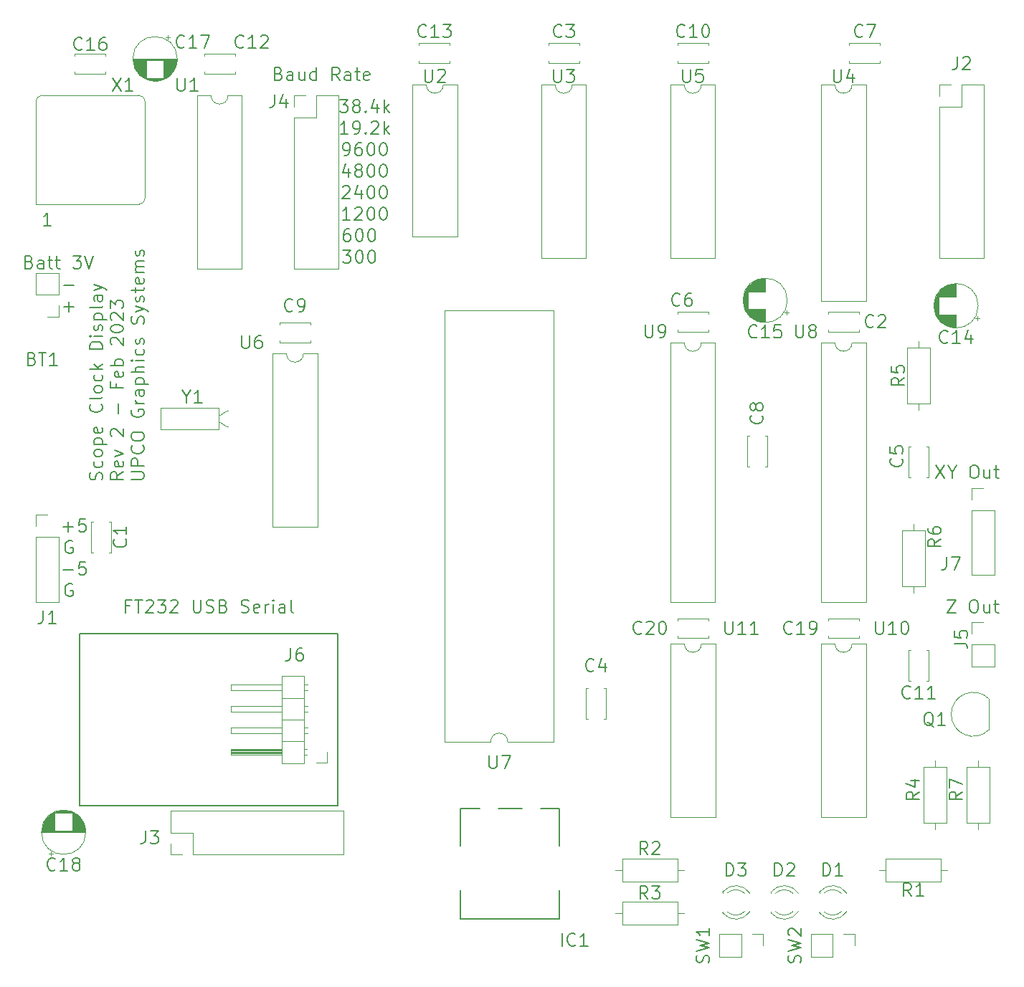
<source format=gbr>
%TF.GenerationSoftware,KiCad,Pcbnew,6.0.11-2627ca5db0~126~ubuntu22.04.1*%
%TF.CreationDate,2023-02-12T13:00:49-05:00*%
%TF.ProjectId,dac,6461632e-6b69-4636-9164-5f7063625858,rev?*%
%TF.SameCoordinates,Original*%
%TF.FileFunction,Legend,Top*%
%TF.FilePolarity,Positive*%
%FSLAX46Y46*%
G04 Gerber Fmt 4.6, Leading zero omitted, Abs format (unit mm)*
G04 Created by KiCad (PCBNEW 6.0.11-2627ca5db0~126~ubuntu22.04.1) date 2023-02-12 13:00:49*
%MOMM*%
%LPD*%
G01*
G04 APERTURE LIST*
%ADD10C,0.203200*%
%ADD11C,0.152400*%
%ADD12C,0.120000*%
%ADD13C,0.200000*%
G04 APERTURE END LIST*
D10*
X33020000Y-133350000D02*
X63500000Y-133350000D01*
X63500000Y-133350000D02*
X63500000Y-153670000D01*
X63500000Y-153670000D02*
X33020000Y-153670000D01*
X33020000Y-153670000D02*
X33020000Y-133350000D01*
D11*
X38970857Y-130066142D02*
X38462857Y-130066142D01*
X38462857Y-130864428D02*
X38462857Y-129340428D01*
X39188571Y-129340428D01*
X39551428Y-129340428D02*
X40422285Y-129340428D01*
X39986857Y-130864428D02*
X39986857Y-129340428D01*
X40857714Y-129485571D02*
X40930285Y-129413000D01*
X41075428Y-129340428D01*
X41438285Y-129340428D01*
X41583428Y-129413000D01*
X41656000Y-129485571D01*
X41728571Y-129630714D01*
X41728571Y-129775857D01*
X41656000Y-129993571D01*
X40785142Y-130864428D01*
X41728571Y-130864428D01*
X42236571Y-129340428D02*
X43180000Y-129340428D01*
X42672000Y-129921000D01*
X42889714Y-129921000D01*
X43034857Y-129993571D01*
X43107428Y-130066142D01*
X43180000Y-130211285D01*
X43180000Y-130574142D01*
X43107428Y-130719285D01*
X43034857Y-130791857D01*
X42889714Y-130864428D01*
X42454285Y-130864428D01*
X42309142Y-130791857D01*
X42236571Y-130719285D01*
X43760571Y-129485571D02*
X43833142Y-129413000D01*
X43978285Y-129340428D01*
X44341142Y-129340428D01*
X44486285Y-129413000D01*
X44558857Y-129485571D01*
X44631428Y-129630714D01*
X44631428Y-129775857D01*
X44558857Y-129993571D01*
X43688000Y-130864428D01*
X44631428Y-130864428D01*
X46445714Y-129340428D02*
X46445714Y-130574142D01*
X46518285Y-130719285D01*
X46590857Y-130791857D01*
X46736000Y-130864428D01*
X47026285Y-130864428D01*
X47171428Y-130791857D01*
X47244000Y-130719285D01*
X47316571Y-130574142D01*
X47316571Y-129340428D01*
X47969714Y-130791857D02*
X48187428Y-130864428D01*
X48550285Y-130864428D01*
X48695428Y-130791857D01*
X48768000Y-130719285D01*
X48840571Y-130574142D01*
X48840571Y-130429000D01*
X48768000Y-130283857D01*
X48695428Y-130211285D01*
X48550285Y-130138714D01*
X48260000Y-130066142D01*
X48114857Y-129993571D01*
X48042285Y-129921000D01*
X47969714Y-129775857D01*
X47969714Y-129630714D01*
X48042285Y-129485571D01*
X48114857Y-129413000D01*
X48260000Y-129340428D01*
X48622857Y-129340428D01*
X48840571Y-129413000D01*
X50001714Y-130066142D02*
X50219428Y-130138714D01*
X50292000Y-130211285D01*
X50364571Y-130356428D01*
X50364571Y-130574142D01*
X50292000Y-130719285D01*
X50219428Y-130791857D01*
X50074285Y-130864428D01*
X49493714Y-130864428D01*
X49493714Y-129340428D01*
X50001714Y-129340428D01*
X50146857Y-129413000D01*
X50219428Y-129485571D01*
X50292000Y-129630714D01*
X50292000Y-129775857D01*
X50219428Y-129921000D01*
X50146857Y-129993571D01*
X50001714Y-130066142D01*
X49493714Y-130066142D01*
X52106285Y-130791857D02*
X52324000Y-130864428D01*
X52686857Y-130864428D01*
X52832000Y-130791857D01*
X52904571Y-130719285D01*
X52977142Y-130574142D01*
X52977142Y-130429000D01*
X52904571Y-130283857D01*
X52832000Y-130211285D01*
X52686857Y-130138714D01*
X52396571Y-130066142D01*
X52251428Y-129993571D01*
X52178857Y-129921000D01*
X52106285Y-129775857D01*
X52106285Y-129630714D01*
X52178857Y-129485571D01*
X52251428Y-129413000D01*
X52396571Y-129340428D01*
X52759428Y-129340428D01*
X52977142Y-129413000D01*
X54210857Y-130791857D02*
X54065714Y-130864428D01*
X53775428Y-130864428D01*
X53630285Y-130791857D01*
X53557714Y-130646714D01*
X53557714Y-130066142D01*
X53630285Y-129921000D01*
X53775428Y-129848428D01*
X54065714Y-129848428D01*
X54210857Y-129921000D01*
X54283428Y-130066142D01*
X54283428Y-130211285D01*
X53557714Y-130356428D01*
X54936571Y-130864428D02*
X54936571Y-129848428D01*
X54936571Y-130138714D02*
X55009142Y-129993571D01*
X55081714Y-129921000D01*
X55226857Y-129848428D01*
X55372000Y-129848428D01*
X55880000Y-130864428D02*
X55880000Y-129848428D01*
X55880000Y-129340428D02*
X55807428Y-129413000D01*
X55880000Y-129485571D01*
X55952571Y-129413000D01*
X55880000Y-129340428D01*
X55880000Y-129485571D01*
X57258857Y-130864428D02*
X57258857Y-130066142D01*
X57186285Y-129921000D01*
X57041142Y-129848428D01*
X56750857Y-129848428D01*
X56605714Y-129921000D01*
X57258857Y-130791857D02*
X57113714Y-130864428D01*
X56750857Y-130864428D01*
X56605714Y-130791857D01*
X56533142Y-130646714D01*
X56533142Y-130501571D01*
X56605714Y-130356428D01*
X56750857Y-130283857D01*
X57113714Y-130283857D01*
X57258857Y-130211285D01*
X58202285Y-130864428D02*
X58057142Y-130791857D01*
X57984571Y-130646714D01*
X57984571Y-129340428D01*
X29645428Y-85144428D02*
X28774571Y-85144428D01*
X29210000Y-85144428D02*
X29210000Y-83620428D01*
X29064857Y-83838142D01*
X28919714Y-83983285D01*
X28774571Y-84055857D01*
X64062428Y-80590571D02*
X64135000Y-80518000D01*
X64280142Y-80445428D01*
X64643000Y-80445428D01*
X64788142Y-80518000D01*
X64860714Y-80590571D01*
X64933285Y-80735714D01*
X64933285Y-80880857D01*
X64860714Y-81098571D01*
X63989857Y-81969428D01*
X64933285Y-81969428D01*
X66239571Y-80953428D02*
X66239571Y-81969428D01*
X65876714Y-80372857D02*
X65513857Y-81461428D01*
X66457285Y-81461428D01*
X67328142Y-80445428D02*
X67473285Y-80445428D01*
X67618428Y-80518000D01*
X67691000Y-80590571D01*
X67763571Y-80735714D01*
X67836142Y-81026000D01*
X67836142Y-81388857D01*
X67763571Y-81679142D01*
X67691000Y-81824285D01*
X67618428Y-81896857D01*
X67473285Y-81969428D01*
X67328142Y-81969428D01*
X67183000Y-81896857D01*
X67110428Y-81824285D01*
X67037857Y-81679142D01*
X66965285Y-81388857D01*
X66965285Y-81026000D01*
X67037857Y-80735714D01*
X67110428Y-80590571D01*
X67183000Y-80518000D01*
X67328142Y-80445428D01*
X68779571Y-80445428D02*
X68924714Y-80445428D01*
X69069857Y-80518000D01*
X69142428Y-80590571D01*
X69215000Y-80735714D01*
X69287571Y-81026000D01*
X69287571Y-81388857D01*
X69215000Y-81679142D01*
X69142428Y-81824285D01*
X69069857Y-81896857D01*
X68924714Y-81969428D01*
X68779571Y-81969428D01*
X68634428Y-81896857D01*
X68561857Y-81824285D01*
X68489285Y-81679142D01*
X68416714Y-81388857D01*
X68416714Y-81026000D01*
X68489285Y-80735714D01*
X68561857Y-80590571D01*
X68634428Y-80518000D01*
X68779571Y-80445428D01*
X64679285Y-74349428D02*
X63808428Y-74349428D01*
X64243857Y-74349428D02*
X64243857Y-72825428D01*
X64098714Y-73043142D01*
X63953571Y-73188285D01*
X63808428Y-73260857D01*
X65405000Y-74349428D02*
X65695285Y-74349428D01*
X65840428Y-74276857D01*
X65913000Y-74204285D01*
X66058142Y-73986571D01*
X66130714Y-73696285D01*
X66130714Y-73115714D01*
X66058142Y-72970571D01*
X65985571Y-72898000D01*
X65840428Y-72825428D01*
X65550142Y-72825428D01*
X65405000Y-72898000D01*
X65332428Y-72970571D01*
X65259857Y-73115714D01*
X65259857Y-73478571D01*
X65332428Y-73623714D01*
X65405000Y-73696285D01*
X65550142Y-73768857D01*
X65840428Y-73768857D01*
X65985571Y-73696285D01*
X66058142Y-73623714D01*
X66130714Y-73478571D01*
X66783857Y-74204285D02*
X66856428Y-74276857D01*
X66783857Y-74349428D01*
X66711285Y-74276857D01*
X66783857Y-74204285D01*
X66783857Y-74349428D01*
X67437000Y-72970571D02*
X67509571Y-72898000D01*
X67654714Y-72825428D01*
X68017571Y-72825428D01*
X68162714Y-72898000D01*
X68235285Y-72970571D01*
X68307857Y-73115714D01*
X68307857Y-73260857D01*
X68235285Y-73478571D01*
X67364428Y-74349428D01*
X68307857Y-74349428D01*
X68961000Y-74349428D02*
X68961000Y-72825428D01*
X69106142Y-73768857D02*
X69541571Y-74349428D01*
X69541571Y-73333428D02*
X68961000Y-73914000D01*
X56515000Y-67201142D02*
X56732714Y-67273714D01*
X56805285Y-67346285D01*
X56877857Y-67491428D01*
X56877857Y-67709142D01*
X56805285Y-67854285D01*
X56732714Y-67926857D01*
X56587571Y-67999428D01*
X56007000Y-67999428D01*
X56007000Y-66475428D01*
X56515000Y-66475428D01*
X56660142Y-66548000D01*
X56732714Y-66620571D01*
X56805285Y-66765714D01*
X56805285Y-66910857D01*
X56732714Y-67056000D01*
X56660142Y-67128571D01*
X56515000Y-67201142D01*
X56007000Y-67201142D01*
X58184142Y-67999428D02*
X58184142Y-67201142D01*
X58111571Y-67056000D01*
X57966428Y-66983428D01*
X57676142Y-66983428D01*
X57531000Y-67056000D01*
X58184142Y-67926857D02*
X58039000Y-67999428D01*
X57676142Y-67999428D01*
X57531000Y-67926857D01*
X57458428Y-67781714D01*
X57458428Y-67636571D01*
X57531000Y-67491428D01*
X57676142Y-67418857D01*
X58039000Y-67418857D01*
X58184142Y-67346285D01*
X59563000Y-66983428D02*
X59563000Y-67999428D01*
X58909857Y-66983428D02*
X58909857Y-67781714D01*
X58982428Y-67926857D01*
X59127571Y-67999428D01*
X59345285Y-67999428D01*
X59490428Y-67926857D01*
X59563000Y-67854285D01*
X60941857Y-67999428D02*
X60941857Y-66475428D01*
X60941857Y-67926857D02*
X60796714Y-67999428D01*
X60506428Y-67999428D01*
X60361285Y-67926857D01*
X60288714Y-67854285D01*
X60216142Y-67709142D01*
X60216142Y-67273714D01*
X60288714Y-67128571D01*
X60361285Y-67056000D01*
X60506428Y-66983428D01*
X60796714Y-66983428D01*
X60941857Y-67056000D01*
X63699571Y-67999428D02*
X63191571Y-67273714D01*
X62828714Y-67999428D02*
X62828714Y-66475428D01*
X63409285Y-66475428D01*
X63554428Y-66548000D01*
X63627000Y-66620571D01*
X63699571Y-66765714D01*
X63699571Y-66983428D01*
X63627000Y-67128571D01*
X63554428Y-67201142D01*
X63409285Y-67273714D01*
X62828714Y-67273714D01*
X65005857Y-67999428D02*
X65005857Y-67201142D01*
X64933285Y-67056000D01*
X64788142Y-66983428D01*
X64497857Y-66983428D01*
X64352714Y-67056000D01*
X65005857Y-67926857D02*
X64860714Y-67999428D01*
X64497857Y-67999428D01*
X64352714Y-67926857D01*
X64280142Y-67781714D01*
X64280142Y-67636571D01*
X64352714Y-67491428D01*
X64497857Y-67418857D01*
X64860714Y-67418857D01*
X65005857Y-67346285D01*
X65513857Y-66983428D02*
X66094428Y-66983428D01*
X65731571Y-66475428D02*
X65731571Y-67781714D01*
X65804142Y-67926857D01*
X65949285Y-67999428D01*
X66094428Y-67999428D01*
X67183000Y-67926857D02*
X67037857Y-67999428D01*
X66747571Y-67999428D01*
X66602428Y-67926857D01*
X66529857Y-67781714D01*
X66529857Y-67201142D01*
X66602428Y-67056000D01*
X66747571Y-66983428D01*
X67037857Y-66983428D01*
X67183000Y-67056000D01*
X67255571Y-67201142D01*
X67255571Y-67346285D01*
X66529857Y-67491428D01*
X134130142Y-113465428D02*
X135146142Y-114989428D01*
X135146142Y-113465428D02*
X134130142Y-114989428D01*
X136017000Y-114263714D02*
X136017000Y-114989428D01*
X135509000Y-113465428D02*
X136017000Y-114263714D01*
X136525000Y-113465428D01*
X138484428Y-113465428D02*
X138774714Y-113465428D01*
X138919857Y-113538000D01*
X139065000Y-113683142D01*
X139137571Y-113973428D01*
X139137571Y-114481428D01*
X139065000Y-114771714D01*
X138919857Y-114916857D01*
X138774714Y-114989428D01*
X138484428Y-114989428D01*
X138339285Y-114916857D01*
X138194142Y-114771714D01*
X138121571Y-114481428D01*
X138121571Y-113973428D01*
X138194142Y-113683142D01*
X138339285Y-113538000D01*
X138484428Y-113465428D01*
X140443857Y-113973428D02*
X140443857Y-114989428D01*
X139790714Y-113973428D02*
X139790714Y-114771714D01*
X139863285Y-114916857D01*
X140008428Y-114989428D01*
X140226142Y-114989428D01*
X140371285Y-114916857D01*
X140443857Y-114844285D01*
X140951857Y-113973428D02*
X141532428Y-113973428D01*
X141169571Y-113465428D02*
X141169571Y-114771714D01*
X141242142Y-114916857D01*
X141387285Y-114989428D01*
X141532428Y-114989428D01*
X64080571Y-88065428D02*
X65024000Y-88065428D01*
X64516000Y-88646000D01*
X64733714Y-88646000D01*
X64878857Y-88718571D01*
X64951428Y-88791142D01*
X65024000Y-88936285D01*
X65024000Y-89299142D01*
X64951428Y-89444285D01*
X64878857Y-89516857D01*
X64733714Y-89589428D01*
X64298285Y-89589428D01*
X64153142Y-89516857D01*
X64080571Y-89444285D01*
X65967428Y-88065428D02*
X66112571Y-88065428D01*
X66257714Y-88138000D01*
X66330285Y-88210571D01*
X66402857Y-88355714D01*
X66475428Y-88646000D01*
X66475428Y-89008857D01*
X66402857Y-89299142D01*
X66330285Y-89444285D01*
X66257714Y-89516857D01*
X66112571Y-89589428D01*
X65967428Y-89589428D01*
X65822285Y-89516857D01*
X65749714Y-89444285D01*
X65677142Y-89299142D01*
X65604571Y-89008857D01*
X65604571Y-88646000D01*
X65677142Y-88355714D01*
X65749714Y-88210571D01*
X65822285Y-88138000D01*
X65967428Y-88065428D01*
X67418857Y-88065428D02*
X67564000Y-88065428D01*
X67709142Y-88138000D01*
X67781714Y-88210571D01*
X67854285Y-88355714D01*
X67926857Y-88646000D01*
X67926857Y-89008857D01*
X67854285Y-89299142D01*
X67781714Y-89444285D01*
X67709142Y-89516857D01*
X67564000Y-89589428D01*
X67418857Y-89589428D01*
X67273714Y-89516857D01*
X67201142Y-89444285D01*
X67128571Y-89299142D01*
X67056000Y-89008857D01*
X67056000Y-88646000D01*
X67128571Y-88355714D01*
X67201142Y-88210571D01*
X67273714Y-88138000D01*
X67418857Y-88065428D01*
X32149142Y-122428000D02*
X32004000Y-122355428D01*
X31786285Y-122355428D01*
X31568571Y-122428000D01*
X31423428Y-122573142D01*
X31350857Y-122718285D01*
X31278285Y-123008571D01*
X31278285Y-123226285D01*
X31350857Y-123516571D01*
X31423428Y-123661714D01*
X31568571Y-123806857D01*
X31786285Y-123879428D01*
X31931428Y-123879428D01*
X32149142Y-123806857D01*
X32221714Y-123734285D01*
X32221714Y-123226285D01*
X31931428Y-123226285D01*
X31078714Y-120758857D02*
X32239857Y-120758857D01*
X31659285Y-121339428D02*
X31659285Y-120178285D01*
X33691285Y-119815428D02*
X32965571Y-119815428D01*
X32893000Y-120541142D01*
X32965571Y-120468571D01*
X33110714Y-120396000D01*
X33473571Y-120396000D01*
X33618714Y-120468571D01*
X33691285Y-120541142D01*
X33763857Y-120686285D01*
X33763857Y-121049142D01*
X33691285Y-121194285D01*
X33618714Y-121266857D01*
X33473571Y-121339428D01*
X33110714Y-121339428D01*
X32965571Y-121266857D01*
X32893000Y-121194285D01*
X64207571Y-76889428D02*
X64497857Y-76889428D01*
X64643000Y-76816857D01*
X64715571Y-76744285D01*
X64860714Y-76526571D01*
X64933285Y-76236285D01*
X64933285Y-75655714D01*
X64860714Y-75510571D01*
X64788142Y-75438000D01*
X64643000Y-75365428D01*
X64352714Y-75365428D01*
X64207571Y-75438000D01*
X64135000Y-75510571D01*
X64062428Y-75655714D01*
X64062428Y-76018571D01*
X64135000Y-76163714D01*
X64207571Y-76236285D01*
X64352714Y-76308857D01*
X64643000Y-76308857D01*
X64788142Y-76236285D01*
X64860714Y-76163714D01*
X64933285Y-76018571D01*
X66239571Y-75365428D02*
X65949285Y-75365428D01*
X65804142Y-75438000D01*
X65731571Y-75510571D01*
X65586428Y-75728285D01*
X65513857Y-76018571D01*
X65513857Y-76599142D01*
X65586428Y-76744285D01*
X65659000Y-76816857D01*
X65804142Y-76889428D01*
X66094428Y-76889428D01*
X66239571Y-76816857D01*
X66312142Y-76744285D01*
X66384714Y-76599142D01*
X66384714Y-76236285D01*
X66312142Y-76091142D01*
X66239571Y-76018571D01*
X66094428Y-75946000D01*
X65804142Y-75946000D01*
X65659000Y-76018571D01*
X65586428Y-76091142D01*
X65513857Y-76236285D01*
X67328142Y-75365428D02*
X67473285Y-75365428D01*
X67618428Y-75438000D01*
X67691000Y-75510571D01*
X67763571Y-75655714D01*
X67836142Y-75946000D01*
X67836142Y-76308857D01*
X67763571Y-76599142D01*
X67691000Y-76744285D01*
X67618428Y-76816857D01*
X67473285Y-76889428D01*
X67328142Y-76889428D01*
X67183000Y-76816857D01*
X67110428Y-76744285D01*
X67037857Y-76599142D01*
X66965285Y-76308857D01*
X66965285Y-75946000D01*
X67037857Y-75655714D01*
X67110428Y-75510571D01*
X67183000Y-75438000D01*
X67328142Y-75365428D01*
X68779571Y-75365428D02*
X68924714Y-75365428D01*
X69069857Y-75438000D01*
X69142428Y-75510571D01*
X69215000Y-75655714D01*
X69287571Y-75946000D01*
X69287571Y-76308857D01*
X69215000Y-76599142D01*
X69142428Y-76744285D01*
X69069857Y-76816857D01*
X68924714Y-76889428D01*
X68779571Y-76889428D01*
X68634428Y-76816857D01*
X68561857Y-76744285D01*
X68489285Y-76599142D01*
X68416714Y-76308857D01*
X68416714Y-75946000D01*
X68489285Y-75655714D01*
X68561857Y-75510571D01*
X68634428Y-75438000D01*
X68779571Y-75365428D01*
X135418285Y-129340428D02*
X136434285Y-129340428D01*
X135418285Y-130864428D01*
X136434285Y-130864428D01*
X138466285Y-129340428D02*
X138756571Y-129340428D01*
X138901714Y-129413000D01*
X139046857Y-129558142D01*
X139119428Y-129848428D01*
X139119428Y-130356428D01*
X139046857Y-130646714D01*
X138901714Y-130791857D01*
X138756571Y-130864428D01*
X138466285Y-130864428D01*
X138321142Y-130791857D01*
X138176000Y-130646714D01*
X138103428Y-130356428D01*
X138103428Y-129848428D01*
X138176000Y-129558142D01*
X138321142Y-129413000D01*
X138466285Y-129340428D01*
X140425714Y-129848428D02*
X140425714Y-130864428D01*
X139772571Y-129848428D02*
X139772571Y-130646714D01*
X139845142Y-130791857D01*
X139990285Y-130864428D01*
X140208000Y-130864428D01*
X140353142Y-130791857D01*
X140425714Y-130719285D01*
X140933714Y-129848428D02*
X141514285Y-129848428D01*
X141151428Y-129340428D02*
X141151428Y-130646714D01*
X141224000Y-130791857D01*
X141369142Y-130864428D01*
X141514285Y-130864428D01*
X63735857Y-70285428D02*
X64679285Y-70285428D01*
X64171285Y-70866000D01*
X64389000Y-70866000D01*
X64534142Y-70938571D01*
X64606714Y-71011142D01*
X64679285Y-71156285D01*
X64679285Y-71519142D01*
X64606714Y-71664285D01*
X64534142Y-71736857D01*
X64389000Y-71809428D01*
X63953571Y-71809428D01*
X63808428Y-71736857D01*
X63735857Y-71664285D01*
X65550142Y-70938571D02*
X65405000Y-70866000D01*
X65332428Y-70793428D01*
X65259857Y-70648285D01*
X65259857Y-70575714D01*
X65332428Y-70430571D01*
X65405000Y-70358000D01*
X65550142Y-70285428D01*
X65840428Y-70285428D01*
X65985571Y-70358000D01*
X66058142Y-70430571D01*
X66130714Y-70575714D01*
X66130714Y-70648285D01*
X66058142Y-70793428D01*
X65985571Y-70866000D01*
X65840428Y-70938571D01*
X65550142Y-70938571D01*
X65405000Y-71011142D01*
X65332428Y-71083714D01*
X65259857Y-71228857D01*
X65259857Y-71519142D01*
X65332428Y-71664285D01*
X65405000Y-71736857D01*
X65550142Y-71809428D01*
X65840428Y-71809428D01*
X65985571Y-71736857D01*
X66058142Y-71664285D01*
X66130714Y-71519142D01*
X66130714Y-71228857D01*
X66058142Y-71083714D01*
X65985571Y-71011142D01*
X65840428Y-70938571D01*
X66783857Y-71664285D02*
X66856428Y-71736857D01*
X66783857Y-71809428D01*
X66711285Y-71736857D01*
X66783857Y-71664285D01*
X66783857Y-71809428D01*
X68162714Y-70793428D02*
X68162714Y-71809428D01*
X67799857Y-70212857D02*
X67437000Y-71301428D01*
X68380428Y-71301428D01*
X68961000Y-71809428D02*
X68961000Y-70285428D01*
X69106142Y-71228857D02*
X69541571Y-71809428D01*
X69541571Y-70793428D02*
X68961000Y-71374000D01*
X64933285Y-84509428D02*
X64062428Y-84509428D01*
X64497857Y-84509428D02*
X64497857Y-82985428D01*
X64352714Y-83203142D01*
X64207571Y-83348285D01*
X64062428Y-83420857D01*
X65513857Y-83130571D02*
X65586428Y-83058000D01*
X65731571Y-82985428D01*
X66094428Y-82985428D01*
X66239571Y-83058000D01*
X66312142Y-83130571D01*
X66384714Y-83275714D01*
X66384714Y-83420857D01*
X66312142Y-83638571D01*
X65441285Y-84509428D01*
X66384714Y-84509428D01*
X67328142Y-82985428D02*
X67473285Y-82985428D01*
X67618428Y-83058000D01*
X67691000Y-83130571D01*
X67763571Y-83275714D01*
X67836142Y-83566000D01*
X67836142Y-83928857D01*
X67763571Y-84219142D01*
X67691000Y-84364285D01*
X67618428Y-84436857D01*
X67473285Y-84509428D01*
X67328142Y-84509428D01*
X67183000Y-84436857D01*
X67110428Y-84364285D01*
X67037857Y-84219142D01*
X66965285Y-83928857D01*
X66965285Y-83566000D01*
X67037857Y-83275714D01*
X67110428Y-83130571D01*
X67183000Y-83058000D01*
X67328142Y-82985428D01*
X68779571Y-82985428D02*
X68924714Y-82985428D01*
X69069857Y-83058000D01*
X69142428Y-83130571D01*
X69215000Y-83275714D01*
X69287571Y-83566000D01*
X69287571Y-83928857D01*
X69215000Y-84219142D01*
X69142428Y-84364285D01*
X69069857Y-84436857D01*
X68924714Y-84509428D01*
X68779571Y-84509428D01*
X68634428Y-84436857D01*
X68561857Y-84364285D01*
X68489285Y-84219142D01*
X68416714Y-83928857D01*
X68416714Y-83566000D01*
X68489285Y-83275714D01*
X68561857Y-83130571D01*
X68634428Y-83058000D01*
X68779571Y-82985428D01*
X27069142Y-89426142D02*
X27286857Y-89498714D01*
X27359428Y-89571285D01*
X27432000Y-89716428D01*
X27432000Y-89934142D01*
X27359428Y-90079285D01*
X27286857Y-90151857D01*
X27141714Y-90224428D01*
X26561142Y-90224428D01*
X26561142Y-88700428D01*
X27069142Y-88700428D01*
X27214285Y-88773000D01*
X27286857Y-88845571D01*
X27359428Y-88990714D01*
X27359428Y-89135857D01*
X27286857Y-89281000D01*
X27214285Y-89353571D01*
X27069142Y-89426142D01*
X26561142Y-89426142D01*
X28738285Y-90224428D02*
X28738285Y-89426142D01*
X28665714Y-89281000D01*
X28520571Y-89208428D01*
X28230285Y-89208428D01*
X28085142Y-89281000D01*
X28738285Y-90151857D02*
X28593142Y-90224428D01*
X28230285Y-90224428D01*
X28085142Y-90151857D01*
X28012571Y-90006714D01*
X28012571Y-89861571D01*
X28085142Y-89716428D01*
X28230285Y-89643857D01*
X28593142Y-89643857D01*
X28738285Y-89571285D01*
X29246285Y-89208428D02*
X29826857Y-89208428D01*
X29464000Y-88700428D02*
X29464000Y-90006714D01*
X29536571Y-90151857D01*
X29681714Y-90224428D01*
X29826857Y-90224428D01*
X30117142Y-89208428D02*
X30697714Y-89208428D01*
X30334857Y-88700428D02*
X30334857Y-90006714D01*
X30407428Y-90151857D01*
X30552571Y-90224428D01*
X30697714Y-90224428D01*
X32221714Y-88700428D02*
X33165142Y-88700428D01*
X32657142Y-89281000D01*
X32874857Y-89281000D01*
X33020000Y-89353571D01*
X33092571Y-89426142D01*
X33165142Y-89571285D01*
X33165142Y-89934142D01*
X33092571Y-90079285D01*
X33020000Y-90151857D01*
X32874857Y-90224428D01*
X32439428Y-90224428D01*
X32294285Y-90151857D01*
X32221714Y-90079285D01*
X33600571Y-88700428D02*
X34108571Y-90224428D01*
X34616571Y-88700428D01*
X64788142Y-78413428D02*
X64788142Y-79429428D01*
X64425285Y-77832857D02*
X64062428Y-78921428D01*
X65005857Y-78921428D01*
X65804142Y-78558571D02*
X65659000Y-78486000D01*
X65586428Y-78413428D01*
X65513857Y-78268285D01*
X65513857Y-78195714D01*
X65586428Y-78050571D01*
X65659000Y-77978000D01*
X65804142Y-77905428D01*
X66094428Y-77905428D01*
X66239571Y-77978000D01*
X66312142Y-78050571D01*
X66384714Y-78195714D01*
X66384714Y-78268285D01*
X66312142Y-78413428D01*
X66239571Y-78486000D01*
X66094428Y-78558571D01*
X65804142Y-78558571D01*
X65659000Y-78631142D01*
X65586428Y-78703714D01*
X65513857Y-78848857D01*
X65513857Y-79139142D01*
X65586428Y-79284285D01*
X65659000Y-79356857D01*
X65804142Y-79429428D01*
X66094428Y-79429428D01*
X66239571Y-79356857D01*
X66312142Y-79284285D01*
X66384714Y-79139142D01*
X66384714Y-78848857D01*
X66312142Y-78703714D01*
X66239571Y-78631142D01*
X66094428Y-78558571D01*
X67328142Y-77905428D02*
X67473285Y-77905428D01*
X67618428Y-77978000D01*
X67691000Y-78050571D01*
X67763571Y-78195714D01*
X67836142Y-78486000D01*
X67836142Y-78848857D01*
X67763571Y-79139142D01*
X67691000Y-79284285D01*
X67618428Y-79356857D01*
X67473285Y-79429428D01*
X67328142Y-79429428D01*
X67183000Y-79356857D01*
X67110428Y-79284285D01*
X67037857Y-79139142D01*
X66965285Y-78848857D01*
X66965285Y-78486000D01*
X67037857Y-78195714D01*
X67110428Y-78050571D01*
X67183000Y-77978000D01*
X67328142Y-77905428D01*
X68779571Y-77905428D02*
X68924714Y-77905428D01*
X69069857Y-77978000D01*
X69142428Y-78050571D01*
X69215000Y-78195714D01*
X69287571Y-78486000D01*
X69287571Y-78848857D01*
X69215000Y-79139142D01*
X69142428Y-79284285D01*
X69069857Y-79356857D01*
X68924714Y-79429428D01*
X68779571Y-79429428D01*
X68634428Y-79356857D01*
X68561857Y-79284285D01*
X68489285Y-79139142D01*
X68416714Y-78848857D01*
X68416714Y-78486000D01*
X68489285Y-78195714D01*
X68561857Y-78050571D01*
X68634428Y-77978000D01*
X68779571Y-77905428D01*
X64878857Y-85525428D02*
X64588571Y-85525428D01*
X64443428Y-85598000D01*
X64370857Y-85670571D01*
X64225714Y-85888285D01*
X64153142Y-86178571D01*
X64153142Y-86759142D01*
X64225714Y-86904285D01*
X64298285Y-86976857D01*
X64443428Y-87049428D01*
X64733714Y-87049428D01*
X64878857Y-86976857D01*
X64951428Y-86904285D01*
X65024000Y-86759142D01*
X65024000Y-86396285D01*
X64951428Y-86251142D01*
X64878857Y-86178571D01*
X64733714Y-86106000D01*
X64443428Y-86106000D01*
X64298285Y-86178571D01*
X64225714Y-86251142D01*
X64153142Y-86396285D01*
X65967428Y-85525428D02*
X66112571Y-85525428D01*
X66257714Y-85598000D01*
X66330285Y-85670571D01*
X66402857Y-85815714D01*
X66475428Y-86106000D01*
X66475428Y-86468857D01*
X66402857Y-86759142D01*
X66330285Y-86904285D01*
X66257714Y-86976857D01*
X66112571Y-87049428D01*
X65967428Y-87049428D01*
X65822285Y-86976857D01*
X65749714Y-86904285D01*
X65677142Y-86759142D01*
X65604571Y-86468857D01*
X65604571Y-86106000D01*
X65677142Y-85815714D01*
X65749714Y-85670571D01*
X65822285Y-85598000D01*
X65967428Y-85525428D01*
X67418857Y-85525428D02*
X67564000Y-85525428D01*
X67709142Y-85598000D01*
X67781714Y-85670571D01*
X67854285Y-85815714D01*
X67926857Y-86106000D01*
X67926857Y-86468857D01*
X67854285Y-86759142D01*
X67781714Y-86904285D01*
X67709142Y-86976857D01*
X67564000Y-87049428D01*
X67418857Y-87049428D01*
X67273714Y-86976857D01*
X67201142Y-86904285D01*
X67128571Y-86759142D01*
X67056000Y-86468857D01*
X67056000Y-86106000D01*
X67128571Y-85815714D01*
X67201142Y-85670571D01*
X67273714Y-85598000D01*
X67418857Y-85525428D01*
X35628217Y-115180654D02*
X35700788Y-114962940D01*
X35700788Y-114600082D01*
X35628217Y-114454940D01*
X35555645Y-114382368D01*
X35410502Y-114309797D01*
X35265360Y-114309797D01*
X35120217Y-114382368D01*
X35047645Y-114454940D01*
X34975074Y-114600082D01*
X34902502Y-114890368D01*
X34829931Y-115035511D01*
X34757360Y-115108082D01*
X34612217Y-115180654D01*
X34467074Y-115180654D01*
X34321931Y-115108082D01*
X34249360Y-115035511D01*
X34176788Y-114890368D01*
X34176788Y-114527511D01*
X34249360Y-114309797D01*
X35628217Y-113003511D02*
X35700788Y-113148654D01*
X35700788Y-113438940D01*
X35628217Y-113584082D01*
X35555645Y-113656654D01*
X35410502Y-113729225D01*
X34975074Y-113729225D01*
X34829931Y-113656654D01*
X34757360Y-113584082D01*
X34684788Y-113438940D01*
X34684788Y-113148654D01*
X34757360Y-113003511D01*
X35700788Y-112132654D02*
X35628217Y-112277797D01*
X35555645Y-112350368D01*
X35410502Y-112422940D01*
X34975074Y-112422940D01*
X34829931Y-112350368D01*
X34757360Y-112277797D01*
X34684788Y-112132654D01*
X34684788Y-111914940D01*
X34757360Y-111769797D01*
X34829931Y-111697225D01*
X34975074Y-111624654D01*
X35410502Y-111624654D01*
X35555645Y-111697225D01*
X35628217Y-111769797D01*
X35700788Y-111914940D01*
X35700788Y-112132654D01*
X34684788Y-110971511D02*
X36208788Y-110971511D01*
X34757360Y-110971511D02*
X34684788Y-110826368D01*
X34684788Y-110536082D01*
X34757360Y-110390940D01*
X34829931Y-110318368D01*
X34975074Y-110245797D01*
X35410502Y-110245797D01*
X35555645Y-110318368D01*
X35628217Y-110390940D01*
X35700788Y-110536082D01*
X35700788Y-110826368D01*
X35628217Y-110971511D01*
X35628217Y-109012082D02*
X35700788Y-109157225D01*
X35700788Y-109447511D01*
X35628217Y-109592654D01*
X35483074Y-109665225D01*
X34902502Y-109665225D01*
X34757360Y-109592654D01*
X34684788Y-109447511D01*
X34684788Y-109157225D01*
X34757360Y-109012082D01*
X34902502Y-108939511D01*
X35047645Y-108939511D01*
X35192788Y-109665225D01*
X35555645Y-106254368D02*
X35628217Y-106326940D01*
X35700788Y-106544654D01*
X35700788Y-106689797D01*
X35628217Y-106907511D01*
X35483074Y-107052654D01*
X35337931Y-107125225D01*
X35047645Y-107197797D01*
X34829931Y-107197797D01*
X34539645Y-107125225D01*
X34394502Y-107052654D01*
X34249360Y-106907511D01*
X34176788Y-106689797D01*
X34176788Y-106544654D01*
X34249360Y-106326940D01*
X34321931Y-106254368D01*
X35700788Y-105383511D02*
X35628217Y-105528654D01*
X35483074Y-105601225D01*
X34176788Y-105601225D01*
X35700788Y-104585225D02*
X35628217Y-104730368D01*
X35555645Y-104802940D01*
X35410502Y-104875511D01*
X34975074Y-104875511D01*
X34829931Y-104802940D01*
X34757360Y-104730368D01*
X34684788Y-104585225D01*
X34684788Y-104367511D01*
X34757360Y-104222368D01*
X34829931Y-104149797D01*
X34975074Y-104077225D01*
X35410502Y-104077225D01*
X35555645Y-104149797D01*
X35628217Y-104222368D01*
X35700788Y-104367511D01*
X35700788Y-104585225D01*
X35628217Y-102770940D02*
X35700788Y-102916082D01*
X35700788Y-103206368D01*
X35628217Y-103351511D01*
X35555645Y-103424082D01*
X35410502Y-103496654D01*
X34975074Y-103496654D01*
X34829931Y-103424082D01*
X34757360Y-103351511D01*
X34684788Y-103206368D01*
X34684788Y-102916082D01*
X34757360Y-102770940D01*
X35700788Y-102117797D02*
X34176788Y-102117797D01*
X35120217Y-101972654D02*
X35700788Y-101537225D01*
X34684788Y-101537225D02*
X35265360Y-102117797D01*
X35700788Y-99722940D02*
X34176788Y-99722940D01*
X34176788Y-99360082D01*
X34249360Y-99142368D01*
X34394502Y-98997225D01*
X34539645Y-98924654D01*
X34829931Y-98852082D01*
X35047645Y-98852082D01*
X35337931Y-98924654D01*
X35483074Y-98997225D01*
X35628217Y-99142368D01*
X35700788Y-99360082D01*
X35700788Y-99722940D01*
X35700788Y-98198940D02*
X34684788Y-98198940D01*
X34176788Y-98198940D02*
X34249360Y-98271511D01*
X34321931Y-98198940D01*
X34249360Y-98126368D01*
X34176788Y-98198940D01*
X34321931Y-98198940D01*
X35628217Y-97545797D02*
X35700788Y-97400654D01*
X35700788Y-97110368D01*
X35628217Y-96965225D01*
X35483074Y-96892654D01*
X35410502Y-96892654D01*
X35265360Y-96965225D01*
X35192788Y-97110368D01*
X35192788Y-97328082D01*
X35120217Y-97473225D01*
X34975074Y-97545797D01*
X34902502Y-97545797D01*
X34757360Y-97473225D01*
X34684788Y-97328082D01*
X34684788Y-97110368D01*
X34757360Y-96965225D01*
X34684788Y-96239511D02*
X36208788Y-96239511D01*
X34757360Y-96239511D02*
X34684788Y-96094368D01*
X34684788Y-95804082D01*
X34757360Y-95658940D01*
X34829931Y-95586368D01*
X34975074Y-95513797D01*
X35410502Y-95513797D01*
X35555645Y-95586368D01*
X35628217Y-95658940D01*
X35700788Y-95804082D01*
X35700788Y-96094368D01*
X35628217Y-96239511D01*
X35700788Y-94642940D02*
X35628217Y-94788082D01*
X35483074Y-94860654D01*
X34176788Y-94860654D01*
X35700788Y-93409225D02*
X34902502Y-93409225D01*
X34757360Y-93481797D01*
X34684788Y-93626940D01*
X34684788Y-93917225D01*
X34757360Y-94062368D01*
X35628217Y-93409225D02*
X35700788Y-93554368D01*
X35700788Y-93917225D01*
X35628217Y-94062368D01*
X35483074Y-94134940D01*
X35337931Y-94134940D01*
X35192788Y-94062368D01*
X35120217Y-93917225D01*
X35120217Y-93554368D01*
X35047645Y-93409225D01*
X34684788Y-92828654D02*
X35700788Y-92465797D01*
X34684788Y-92102940D02*
X35700788Y-92465797D01*
X36063645Y-92610940D01*
X36136217Y-92683511D01*
X36208788Y-92828654D01*
X38154428Y-114237225D02*
X37428714Y-114745225D01*
X38154428Y-115108082D02*
X36630428Y-115108082D01*
X36630428Y-114527511D01*
X36703000Y-114382368D01*
X36775571Y-114309797D01*
X36920714Y-114237225D01*
X37138428Y-114237225D01*
X37283571Y-114309797D01*
X37356142Y-114382368D01*
X37428714Y-114527511D01*
X37428714Y-115108082D01*
X38081857Y-113003511D02*
X38154428Y-113148654D01*
X38154428Y-113438940D01*
X38081857Y-113584082D01*
X37936714Y-113656654D01*
X37356142Y-113656654D01*
X37211000Y-113584082D01*
X37138428Y-113438940D01*
X37138428Y-113148654D01*
X37211000Y-113003511D01*
X37356142Y-112930940D01*
X37501285Y-112930940D01*
X37646428Y-113656654D01*
X37138428Y-112422940D02*
X38154428Y-112060082D01*
X37138428Y-111697225D01*
X36775571Y-110028082D02*
X36703000Y-109955511D01*
X36630428Y-109810368D01*
X36630428Y-109447511D01*
X36703000Y-109302368D01*
X36775571Y-109229797D01*
X36920714Y-109157225D01*
X37065857Y-109157225D01*
X37283571Y-109229797D01*
X38154428Y-110100654D01*
X38154428Y-109157225D01*
X37573857Y-107342940D02*
X37573857Y-106181797D01*
X37356142Y-103786940D02*
X37356142Y-104294940D01*
X38154428Y-104294940D02*
X36630428Y-104294940D01*
X36630428Y-103569225D01*
X38081857Y-102408082D02*
X38154428Y-102553225D01*
X38154428Y-102843511D01*
X38081857Y-102988654D01*
X37936714Y-103061225D01*
X37356142Y-103061225D01*
X37211000Y-102988654D01*
X37138428Y-102843511D01*
X37138428Y-102553225D01*
X37211000Y-102408082D01*
X37356142Y-102335511D01*
X37501285Y-102335511D01*
X37646428Y-103061225D01*
X38154428Y-101682368D02*
X36630428Y-101682368D01*
X37211000Y-101682368D02*
X37138428Y-101537225D01*
X37138428Y-101246940D01*
X37211000Y-101101797D01*
X37283571Y-101029225D01*
X37428714Y-100956654D01*
X37864142Y-100956654D01*
X38009285Y-101029225D01*
X38081857Y-101101797D01*
X38154428Y-101246940D01*
X38154428Y-101537225D01*
X38081857Y-101682368D01*
X36775571Y-99214940D02*
X36703000Y-99142368D01*
X36630428Y-98997225D01*
X36630428Y-98634368D01*
X36703000Y-98489225D01*
X36775571Y-98416654D01*
X36920714Y-98344082D01*
X37065857Y-98344082D01*
X37283571Y-98416654D01*
X38154428Y-99287511D01*
X38154428Y-98344082D01*
X36630428Y-97400654D02*
X36630428Y-97255511D01*
X36703000Y-97110368D01*
X36775571Y-97037797D01*
X36920714Y-96965225D01*
X37211000Y-96892654D01*
X37573857Y-96892654D01*
X37864142Y-96965225D01*
X38009285Y-97037797D01*
X38081857Y-97110368D01*
X38154428Y-97255511D01*
X38154428Y-97400654D01*
X38081857Y-97545797D01*
X38009285Y-97618368D01*
X37864142Y-97690940D01*
X37573857Y-97763511D01*
X37211000Y-97763511D01*
X36920714Y-97690940D01*
X36775571Y-97618368D01*
X36703000Y-97545797D01*
X36630428Y-97400654D01*
X36775571Y-96312082D02*
X36703000Y-96239511D01*
X36630428Y-96094368D01*
X36630428Y-95731511D01*
X36703000Y-95586368D01*
X36775571Y-95513797D01*
X36920714Y-95441225D01*
X37065857Y-95441225D01*
X37283571Y-95513797D01*
X38154428Y-96384654D01*
X38154428Y-95441225D01*
X36630428Y-94933225D02*
X36630428Y-93989797D01*
X37211000Y-94497797D01*
X37211000Y-94280082D01*
X37283571Y-94134940D01*
X37356142Y-94062368D01*
X37501285Y-93989797D01*
X37864142Y-93989797D01*
X38009285Y-94062368D01*
X38081857Y-94134940D01*
X38154428Y-94280082D01*
X38154428Y-94715511D01*
X38081857Y-94860654D01*
X38009285Y-94933225D01*
X39084068Y-115108082D02*
X40317782Y-115108082D01*
X40462925Y-115035511D01*
X40535497Y-114962940D01*
X40608068Y-114817797D01*
X40608068Y-114527511D01*
X40535497Y-114382368D01*
X40462925Y-114309797D01*
X40317782Y-114237225D01*
X39084068Y-114237225D01*
X40608068Y-113511511D02*
X39084068Y-113511511D01*
X39084068Y-112930940D01*
X39156640Y-112785797D01*
X39229211Y-112713225D01*
X39374354Y-112640654D01*
X39592068Y-112640654D01*
X39737211Y-112713225D01*
X39809782Y-112785797D01*
X39882354Y-112930940D01*
X39882354Y-113511511D01*
X40462925Y-111116654D02*
X40535497Y-111189225D01*
X40608068Y-111406940D01*
X40608068Y-111552082D01*
X40535497Y-111769797D01*
X40390354Y-111914940D01*
X40245211Y-111987511D01*
X39954925Y-112060082D01*
X39737211Y-112060082D01*
X39446925Y-111987511D01*
X39301782Y-111914940D01*
X39156640Y-111769797D01*
X39084068Y-111552082D01*
X39084068Y-111406940D01*
X39156640Y-111189225D01*
X39229211Y-111116654D01*
X39084068Y-110173225D02*
X39084068Y-109882940D01*
X39156640Y-109737797D01*
X39301782Y-109592654D01*
X39592068Y-109520082D01*
X40100068Y-109520082D01*
X40390354Y-109592654D01*
X40535497Y-109737797D01*
X40608068Y-109882940D01*
X40608068Y-110173225D01*
X40535497Y-110318368D01*
X40390354Y-110463511D01*
X40100068Y-110536082D01*
X39592068Y-110536082D01*
X39301782Y-110463511D01*
X39156640Y-110318368D01*
X39084068Y-110173225D01*
X39156640Y-106907511D02*
X39084068Y-107052654D01*
X39084068Y-107270368D01*
X39156640Y-107488082D01*
X39301782Y-107633225D01*
X39446925Y-107705797D01*
X39737211Y-107778368D01*
X39954925Y-107778368D01*
X40245211Y-107705797D01*
X40390354Y-107633225D01*
X40535497Y-107488082D01*
X40608068Y-107270368D01*
X40608068Y-107125225D01*
X40535497Y-106907511D01*
X40462925Y-106834940D01*
X39954925Y-106834940D01*
X39954925Y-107125225D01*
X40608068Y-106181797D02*
X39592068Y-106181797D01*
X39882354Y-106181797D02*
X39737211Y-106109225D01*
X39664640Y-106036654D01*
X39592068Y-105891511D01*
X39592068Y-105746368D01*
X40608068Y-104585225D02*
X39809782Y-104585225D01*
X39664640Y-104657797D01*
X39592068Y-104802940D01*
X39592068Y-105093225D01*
X39664640Y-105238368D01*
X40535497Y-104585225D02*
X40608068Y-104730368D01*
X40608068Y-105093225D01*
X40535497Y-105238368D01*
X40390354Y-105310940D01*
X40245211Y-105310940D01*
X40100068Y-105238368D01*
X40027497Y-105093225D01*
X40027497Y-104730368D01*
X39954925Y-104585225D01*
X39592068Y-103859511D02*
X41116068Y-103859511D01*
X39664640Y-103859511D02*
X39592068Y-103714368D01*
X39592068Y-103424082D01*
X39664640Y-103278940D01*
X39737211Y-103206368D01*
X39882354Y-103133797D01*
X40317782Y-103133797D01*
X40462925Y-103206368D01*
X40535497Y-103278940D01*
X40608068Y-103424082D01*
X40608068Y-103714368D01*
X40535497Y-103859511D01*
X40608068Y-102480654D02*
X39084068Y-102480654D01*
X40608068Y-101827511D02*
X39809782Y-101827511D01*
X39664640Y-101900082D01*
X39592068Y-102045225D01*
X39592068Y-102262940D01*
X39664640Y-102408082D01*
X39737211Y-102480654D01*
X40608068Y-101101797D02*
X39592068Y-101101797D01*
X39084068Y-101101797D02*
X39156640Y-101174368D01*
X39229211Y-101101797D01*
X39156640Y-101029225D01*
X39084068Y-101101797D01*
X39229211Y-101101797D01*
X40535497Y-99722940D02*
X40608068Y-99868082D01*
X40608068Y-100158368D01*
X40535497Y-100303511D01*
X40462925Y-100376082D01*
X40317782Y-100448654D01*
X39882354Y-100448654D01*
X39737211Y-100376082D01*
X39664640Y-100303511D01*
X39592068Y-100158368D01*
X39592068Y-99868082D01*
X39664640Y-99722940D01*
X40535497Y-99142368D02*
X40608068Y-98997225D01*
X40608068Y-98706940D01*
X40535497Y-98561797D01*
X40390354Y-98489225D01*
X40317782Y-98489225D01*
X40172640Y-98561797D01*
X40100068Y-98706940D01*
X40100068Y-98924654D01*
X40027497Y-99069797D01*
X39882354Y-99142368D01*
X39809782Y-99142368D01*
X39664640Y-99069797D01*
X39592068Y-98924654D01*
X39592068Y-98706940D01*
X39664640Y-98561797D01*
X40535497Y-96747511D02*
X40608068Y-96529797D01*
X40608068Y-96166940D01*
X40535497Y-96021797D01*
X40462925Y-95949225D01*
X40317782Y-95876654D01*
X40172640Y-95876654D01*
X40027497Y-95949225D01*
X39954925Y-96021797D01*
X39882354Y-96166940D01*
X39809782Y-96457225D01*
X39737211Y-96602368D01*
X39664640Y-96674940D01*
X39519497Y-96747511D01*
X39374354Y-96747511D01*
X39229211Y-96674940D01*
X39156640Y-96602368D01*
X39084068Y-96457225D01*
X39084068Y-96094368D01*
X39156640Y-95876654D01*
X39592068Y-95368654D02*
X40608068Y-95005797D01*
X39592068Y-94642940D02*
X40608068Y-95005797D01*
X40970925Y-95150940D01*
X41043497Y-95223511D01*
X41116068Y-95368654D01*
X40535497Y-94134940D02*
X40608068Y-93989797D01*
X40608068Y-93699511D01*
X40535497Y-93554368D01*
X40390354Y-93481797D01*
X40317782Y-93481797D01*
X40172640Y-93554368D01*
X40100068Y-93699511D01*
X40100068Y-93917225D01*
X40027497Y-94062368D01*
X39882354Y-94134940D01*
X39809782Y-94134940D01*
X39664640Y-94062368D01*
X39592068Y-93917225D01*
X39592068Y-93699511D01*
X39664640Y-93554368D01*
X39592068Y-93046368D02*
X39592068Y-92465797D01*
X39084068Y-92828654D02*
X40390354Y-92828654D01*
X40535497Y-92756082D01*
X40608068Y-92610940D01*
X40608068Y-92465797D01*
X40535497Y-91377225D02*
X40608068Y-91522368D01*
X40608068Y-91812654D01*
X40535497Y-91957797D01*
X40390354Y-92030368D01*
X39809782Y-92030368D01*
X39664640Y-91957797D01*
X39592068Y-91812654D01*
X39592068Y-91522368D01*
X39664640Y-91377225D01*
X39809782Y-91304654D01*
X39954925Y-91304654D01*
X40100068Y-92030368D01*
X40608068Y-90651511D02*
X39592068Y-90651511D01*
X39737211Y-90651511D02*
X39664640Y-90578940D01*
X39592068Y-90433797D01*
X39592068Y-90216082D01*
X39664640Y-90070940D01*
X39809782Y-89998368D01*
X40608068Y-89998368D01*
X39809782Y-89998368D02*
X39664640Y-89925797D01*
X39592068Y-89780654D01*
X39592068Y-89562940D01*
X39664640Y-89417797D01*
X39809782Y-89345225D01*
X40608068Y-89345225D01*
X40535497Y-88692082D02*
X40608068Y-88546940D01*
X40608068Y-88256654D01*
X40535497Y-88111511D01*
X40390354Y-88038940D01*
X40317782Y-88038940D01*
X40172640Y-88111511D01*
X40100068Y-88256654D01*
X40100068Y-88474368D01*
X40027497Y-88619511D01*
X39882354Y-88692082D01*
X39809782Y-88692082D01*
X39664640Y-88619511D01*
X39592068Y-88474368D01*
X39592068Y-88256654D01*
X39664640Y-88111511D01*
X31169428Y-94723857D02*
X32330571Y-94723857D01*
X31750000Y-95304428D02*
X31750000Y-94143285D01*
X31169428Y-92183857D02*
X32330571Y-92183857D01*
X32149142Y-127508000D02*
X32004000Y-127435428D01*
X31786285Y-127435428D01*
X31568571Y-127508000D01*
X31423428Y-127653142D01*
X31350857Y-127798285D01*
X31278285Y-128088571D01*
X31278285Y-128306285D01*
X31350857Y-128596571D01*
X31423428Y-128741714D01*
X31568571Y-128886857D01*
X31786285Y-128959428D01*
X31931428Y-128959428D01*
X32149142Y-128886857D01*
X32221714Y-128814285D01*
X32221714Y-128306285D01*
X31931428Y-128306285D01*
X31078714Y-125838857D02*
X32239857Y-125838857D01*
X33691285Y-124895428D02*
X32965571Y-124895428D01*
X32893000Y-125621142D01*
X32965571Y-125548571D01*
X33110714Y-125476000D01*
X33473571Y-125476000D01*
X33618714Y-125548571D01*
X33691285Y-125621142D01*
X33763857Y-125766285D01*
X33763857Y-126129142D01*
X33691285Y-126274285D01*
X33618714Y-126346857D01*
X33473571Y-126419428D01*
X33110714Y-126419428D01*
X32965571Y-126346857D01*
X32893000Y-126274285D01*
D10*
%TO.C,U8*%
X117583857Y-96855428D02*
X117583857Y-98089142D01*
X117656428Y-98234285D01*
X117729000Y-98306857D01*
X117874142Y-98379428D01*
X118164428Y-98379428D01*
X118309571Y-98306857D01*
X118382142Y-98234285D01*
X118454714Y-98089142D01*
X118454714Y-96855428D01*
X119398142Y-97508571D02*
X119253000Y-97436000D01*
X119180428Y-97363428D01*
X119107857Y-97218285D01*
X119107857Y-97145714D01*
X119180428Y-97000571D01*
X119253000Y-96928000D01*
X119398142Y-96855428D01*
X119688428Y-96855428D01*
X119833571Y-96928000D01*
X119906142Y-97000571D01*
X119978714Y-97145714D01*
X119978714Y-97218285D01*
X119906142Y-97363428D01*
X119833571Y-97436000D01*
X119688428Y-97508571D01*
X119398142Y-97508571D01*
X119253000Y-97581142D01*
X119180428Y-97653714D01*
X119107857Y-97798857D01*
X119107857Y-98089142D01*
X119180428Y-98234285D01*
X119253000Y-98306857D01*
X119398142Y-98379428D01*
X119688428Y-98379428D01*
X119833571Y-98306857D01*
X119906142Y-98234285D01*
X119978714Y-98089142D01*
X119978714Y-97798857D01*
X119906142Y-97653714D01*
X119833571Y-97581142D01*
X119688428Y-97508571D01*
%TO.C,C20*%
X99350285Y-133259285D02*
X99277714Y-133331857D01*
X99060000Y-133404428D01*
X98914857Y-133404428D01*
X98697142Y-133331857D01*
X98552000Y-133186714D01*
X98479428Y-133041571D01*
X98406857Y-132751285D01*
X98406857Y-132533571D01*
X98479428Y-132243285D01*
X98552000Y-132098142D01*
X98697142Y-131953000D01*
X98914857Y-131880428D01*
X99060000Y-131880428D01*
X99277714Y-131953000D01*
X99350285Y-132025571D01*
X99930857Y-132025571D02*
X100003428Y-131953000D01*
X100148571Y-131880428D01*
X100511428Y-131880428D01*
X100656571Y-131953000D01*
X100729142Y-132025571D01*
X100801714Y-132170714D01*
X100801714Y-132315857D01*
X100729142Y-132533571D01*
X99858285Y-133404428D01*
X100801714Y-133404428D01*
X101745142Y-131880428D02*
X101890285Y-131880428D01*
X102035428Y-131953000D01*
X102108000Y-132025571D01*
X102180571Y-132170714D01*
X102253142Y-132461000D01*
X102253142Y-132823857D01*
X102180571Y-133114142D01*
X102108000Y-133259285D01*
X102035428Y-133331857D01*
X101890285Y-133404428D01*
X101745142Y-133404428D01*
X101600000Y-133331857D01*
X101527428Y-133259285D01*
X101454857Y-133114142D01*
X101382285Y-132823857D01*
X101382285Y-132461000D01*
X101454857Y-132170714D01*
X101527428Y-132025571D01*
X101600000Y-131953000D01*
X101745142Y-131880428D01*
%TO.C,C19*%
X117130285Y-133259285D02*
X117057714Y-133331857D01*
X116840000Y-133404428D01*
X116694857Y-133404428D01*
X116477142Y-133331857D01*
X116332000Y-133186714D01*
X116259428Y-133041571D01*
X116186857Y-132751285D01*
X116186857Y-132533571D01*
X116259428Y-132243285D01*
X116332000Y-132098142D01*
X116477142Y-131953000D01*
X116694857Y-131880428D01*
X116840000Y-131880428D01*
X117057714Y-131953000D01*
X117130285Y-132025571D01*
X118581714Y-133404428D02*
X117710857Y-133404428D01*
X118146285Y-133404428D02*
X118146285Y-131880428D01*
X118001142Y-132098142D01*
X117856000Y-132243285D01*
X117710857Y-132315857D01*
X119307428Y-133404428D02*
X119597714Y-133404428D01*
X119742857Y-133331857D01*
X119815428Y-133259285D01*
X119960571Y-133041571D01*
X120033142Y-132751285D01*
X120033142Y-132170714D01*
X119960571Y-132025571D01*
X119888000Y-131953000D01*
X119742857Y-131880428D01*
X119452571Y-131880428D01*
X119307428Y-131953000D01*
X119234857Y-132025571D01*
X119162285Y-132170714D01*
X119162285Y-132533571D01*
X119234857Y-132678714D01*
X119307428Y-132751285D01*
X119452571Y-132823857D01*
X119742857Y-132823857D01*
X119888000Y-132751285D01*
X119960571Y-132678714D01*
X120033142Y-132533571D01*
%TO.C,U11*%
X109238142Y-131880428D02*
X109238142Y-133114142D01*
X109310714Y-133259285D01*
X109383285Y-133331857D01*
X109528428Y-133404428D01*
X109818714Y-133404428D01*
X109963857Y-133331857D01*
X110036428Y-133259285D01*
X110109000Y-133114142D01*
X110109000Y-131880428D01*
X111633000Y-133404428D02*
X110762142Y-133404428D01*
X111197571Y-133404428D02*
X111197571Y-131880428D01*
X111052428Y-132098142D01*
X110907285Y-132243285D01*
X110762142Y-132315857D01*
X113084428Y-133404428D02*
X112213571Y-133404428D01*
X112649000Y-133404428D02*
X112649000Y-131880428D01*
X112503857Y-132098142D01*
X112358714Y-132243285D01*
X112213571Y-132315857D01*
%TO.C,U10*%
X127018142Y-131880428D02*
X127018142Y-133114142D01*
X127090714Y-133259285D01*
X127163285Y-133331857D01*
X127308428Y-133404428D01*
X127598714Y-133404428D01*
X127743857Y-133331857D01*
X127816428Y-133259285D01*
X127889000Y-133114142D01*
X127889000Y-131880428D01*
X129413000Y-133404428D02*
X128542142Y-133404428D01*
X128977571Y-133404428D02*
X128977571Y-131880428D01*
X128832428Y-132098142D01*
X128687285Y-132243285D01*
X128542142Y-132315857D01*
X130356428Y-131880428D02*
X130501571Y-131880428D01*
X130646714Y-131953000D01*
X130719285Y-132025571D01*
X130791857Y-132170714D01*
X130864428Y-132461000D01*
X130864428Y-132823857D01*
X130791857Y-133114142D01*
X130719285Y-133259285D01*
X130646714Y-133331857D01*
X130501571Y-133404428D01*
X130356428Y-133404428D01*
X130211285Y-133331857D01*
X130138714Y-133259285D01*
X130066142Y-133114142D01*
X129993571Y-132823857D01*
X129993571Y-132461000D01*
X130066142Y-132170714D01*
X130138714Y-132025571D01*
X130211285Y-131953000D01*
X130356428Y-131880428D01*
%TO.C,U6*%
X52178857Y-98125428D02*
X52178857Y-99359142D01*
X52251428Y-99504285D01*
X52324000Y-99576857D01*
X52469142Y-99649428D01*
X52759428Y-99649428D01*
X52904571Y-99576857D01*
X52977142Y-99504285D01*
X53049714Y-99359142D01*
X53049714Y-98125428D01*
X54428571Y-98125428D02*
X54138285Y-98125428D01*
X53993142Y-98198000D01*
X53920571Y-98270571D01*
X53775428Y-98488285D01*
X53702857Y-98778571D01*
X53702857Y-99359142D01*
X53775428Y-99504285D01*
X53848000Y-99576857D01*
X53993142Y-99649428D01*
X54283428Y-99649428D01*
X54428571Y-99576857D01*
X54501142Y-99504285D01*
X54573714Y-99359142D01*
X54573714Y-98996285D01*
X54501142Y-98851142D01*
X54428571Y-98778571D01*
X54283428Y-98706000D01*
X53993142Y-98706000D01*
X53848000Y-98778571D01*
X53775428Y-98851142D01*
X53702857Y-98996285D01*
%TO.C,D1*%
X120795142Y-161979428D02*
X120795142Y-160455428D01*
X121158000Y-160455428D01*
X121375714Y-160528000D01*
X121520857Y-160673142D01*
X121593428Y-160818285D01*
X121666000Y-161108571D01*
X121666000Y-161326285D01*
X121593428Y-161616571D01*
X121520857Y-161761714D01*
X121375714Y-161906857D01*
X121158000Y-161979428D01*
X120795142Y-161979428D01*
X123117428Y-161979428D02*
X122246571Y-161979428D01*
X122682000Y-161979428D02*
X122682000Y-160455428D01*
X122536857Y-160673142D01*
X122391714Y-160818285D01*
X122246571Y-160890857D01*
%TO.C,U5*%
X104248857Y-66685428D02*
X104248857Y-67919142D01*
X104321428Y-68064285D01*
X104394000Y-68136857D01*
X104539142Y-68209428D01*
X104829428Y-68209428D01*
X104974571Y-68136857D01*
X105047142Y-68064285D01*
X105119714Y-67919142D01*
X105119714Y-66685428D01*
X106571142Y-66685428D02*
X105845428Y-66685428D01*
X105772857Y-67411142D01*
X105845428Y-67338571D01*
X105990571Y-67266000D01*
X106353428Y-67266000D01*
X106498571Y-67338571D01*
X106571142Y-67411142D01*
X106643714Y-67556285D01*
X106643714Y-67919142D01*
X106571142Y-68064285D01*
X106498571Y-68136857D01*
X106353428Y-68209428D01*
X105990571Y-68209428D01*
X105845428Y-68136857D01*
X105772857Y-68064285D01*
%TO.C,D3*%
X109365142Y-161979428D02*
X109365142Y-160455428D01*
X109728000Y-160455428D01*
X109945714Y-160528000D01*
X110090857Y-160673142D01*
X110163428Y-160818285D01*
X110236000Y-161108571D01*
X110236000Y-161326285D01*
X110163428Y-161616571D01*
X110090857Y-161761714D01*
X109945714Y-161906857D01*
X109728000Y-161979428D01*
X109365142Y-161979428D01*
X110744000Y-160455428D02*
X111687428Y-160455428D01*
X111179428Y-161036000D01*
X111397142Y-161036000D01*
X111542285Y-161108571D01*
X111614857Y-161181142D01*
X111687428Y-161326285D01*
X111687428Y-161689142D01*
X111614857Y-161834285D01*
X111542285Y-161906857D01*
X111397142Y-161979428D01*
X110961714Y-161979428D01*
X110816571Y-161906857D01*
X110744000Y-161834285D01*
%TO.C,R4*%
X132134428Y-152019000D02*
X131408714Y-152527000D01*
X132134428Y-152889857D02*
X130610428Y-152889857D01*
X130610428Y-152309285D01*
X130683000Y-152164142D01*
X130755571Y-152091571D01*
X130900714Y-152019000D01*
X131118428Y-152019000D01*
X131263571Y-152091571D01*
X131336142Y-152164142D01*
X131408714Y-152309285D01*
X131408714Y-152889857D01*
X131118428Y-150712714D02*
X132134428Y-150712714D01*
X130537857Y-151075571D02*
X131626428Y-151438428D01*
X131626428Y-150495000D01*
%TO.C,J4*%
X56007000Y-69650428D02*
X56007000Y-70739000D01*
X55934428Y-70956714D01*
X55789285Y-71101857D01*
X55571571Y-71174428D01*
X55426428Y-71174428D01*
X57385857Y-70158428D02*
X57385857Y-71174428D01*
X57023000Y-69577857D02*
X56660142Y-70666428D01*
X57603571Y-70666428D01*
%TO.C,R5*%
X130399428Y-103124000D02*
X129673714Y-103632000D01*
X130399428Y-103994857D02*
X128875428Y-103994857D01*
X128875428Y-103414285D01*
X128948000Y-103269142D01*
X129020571Y-103196571D01*
X129165714Y-103124000D01*
X129383428Y-103124000D01*
X129528571Y-103196571D01*
X129601142Y-103269142D01*
X129673714Y-103414285D01*
X129673714Y-103994857D01*
X128875428Y-101745142D02*
X128875428Y-102470857D01*
X129601142Y-102543428D01*
X129528571Y-102470857D01*
X129456000Y-102325714D01*
X129456000Y-101962857D01*
X129528571Y-101817714D01*
X129601142Y-101745142D01*
X129746285Y-101672571D01*
X130109142Y-101672571D01*
X130254285Y-101745142D01*
X130326857Y-101817714D01*
X130399428Y-101962857D01*
X130399428Y-102325714D01*
X130326857Y-102470857D01*
X130254285Y-102543428D01*
%TO.C,R3*%
X100076000Y-164689428D02*
X99568000Y-163963714D01*
X99205142Y-164689428D02*
X99205142Y-163165428D01*
X99785714Y-163165428D01*
X99930857Y-163238000D01*
X100003428Y-163310571D01*
X100076000Y-163455714D01*
X100076000Y-163673428D01*
X100003428Y-163818571D01*
X99930857Y-163891142D01*
X99785714Y-163963714D01*
X99205142Y-163963714D01*
X100584000Y-163165428D02*
X101527428Y-163165428D01*
X101019428Y-163746000D01*
X101237142Y-163746000D01*
X101382285Y-163818571D01*
X101454857Y-163891142D01*
X101527428Y-164036285D01*
X101527428Y-164399142D01*
X101454857Y-164544285D01*
X101382285Y-164616857D01*
X101237142Y-164689428D01*
X100801714Y-164689428D01*
X100656571Y-164616857D01*
X100584000Y-164544285D01*
%TO.C,R7*%
X137214428Y-152019000D02*
X136488714Y-152527000D01*
X137214428Y-152889857D02*
X135690428Y-152889857D01*
X135690428Y-152309285D01*
X135763000Y-152164142D01*
X135835571Y-152091571D01*
X135980714Y-152019000D01*
X136198428Y-152019000D01*
X136343571Y-152091571D01*
X136416142Y-152164142D01*
X136488714Y-152309285D01*
X136488714Y-152889857D01*
X135690428Y-151511000D02*
X135690428Y-150495000D01*
X137214428Y-151148142D01*
%TO.C,C6*%
X103886000Y-94524285D02*
X103813428Y-94596857D01*
X103595714Y-94669428D01*
X103450571Y-94669428D01*
X103232857Y-94596857D01*
X103087714Y-94451714D01*
X103015142Y-94306571D01*
X102942571Y-94016285D01*
X102942571Y-93798571D01*
X103015142Y-93508285D01*
X103087714Y-93363142D01*
X103232857Y-93218000D01*
X103450571Y-93145428D01*
X103595714Y-93145428D01*
X103813428Y-93218000D01*
X103886000Y-93290571D01*
X105192285Y-93145428D02*
X104902000Y-93145428D01*
X104756857Y-93218000D01*
X104684285Y-93290571D01*
X104539142Y-93508285D01*
X104466571Y-93798571D01*
X104466571Y-94379142D01*
X104539142Y-94524285D01*
X104611714Y-94596857D01*
X104756857Y-94669428D01*
X105047142Y-94669428D01*
X105192285Y-94596857D01*
X105264857Y-94524285D01*
X105337428Y-94379142D01*
X105337428Y-94016285D01*
X105264857Y-93871142D01*
X105192285Y-93798571D01*
X105047142Y-93726000D01*
X104756857Y-93726000D01*
X104611714Y-93798571D01*
X104539142Y-93871142D01*
X104466571Y-94016285D01*
%TO.C,C8*%
X113574285Y-107569000D02*
X113646857Y-107641571D01*
X113719428Y-107859285D01*
X113719428Y-108004428D01*
X113646857Y-108222142D01*
X113501714Y-108367285D01*
X113356571Y-108439857D01*
X113066285Y-108512428D01*
X112848571Y-108512428D01*
X112558285Y-108439857D01*
X112413142Y-108367285D01*
X112268000Y-108222142D01*
X112195428Y-108004428D01*
X112195428Y-107859285D01*
X112268000Y-107641571D01*
X112340571Y-107569000D01*
X112848571Y-106698142D02*
X112776000Y-106843285D01*
X112703428Y-106915857D01*
X112558285Y-106988428D01*
X112485714Y-106988428D01*
X112340571Y-106915857D01*
X112268000Y-106843285D01*
X112195428Y-106698142D01*
X112195428Y-106407857D01*
X112268000Y-106262714D01*
X112340571Y-106190142D01*
X112485714Y-106117571D01*
X112558285Y-106117571D01*
X112703428Y-106190142D01*
X112776000Y-106262714D01*
X112848571Y-106407857D01*
X112848571Y-106698142D01*
X112921142Y-106843285D01*
X112993714Y-106915857D01*
X113138857Y-106988428D01*
X113429142Y-106988428D01*
X113574285Y-106915857D01*
X113646857Y-106843285D01*
X113719428Y-106698142D01*
X113719428Y-106407857D01*
X113646857Y-106262714D01*
X113574285Y-106190142D01*
X113429142Y-106117571D01*
X113138857Y-106117571D01*
X112993714Y-106190142D01*
X112921142Y-106262714D01*
X112848571Y-106407857D01*
%TO.C,SW1*%
X107296857Y-172212000D02*
X107369428Y-171994285D01*
X107369428Y-171631428D01*
X107296857Y-171486285D01*
X107224285Y-171413714D01*
X107079142Y-171341142D01*
X106934000Y-171341142D01*
X106788857Y-171413714D01*
X106716285Y-171486285D01*
X106643714Y-171631428D01*
X106571142Y-171921714D01*
X106498571Y-172066857D01*
X106426000Y-172139428D01*
X106280857Y-172212000D01*
X106135714Y-172212000D01*
X105990571Y-172139428D01*
X105918000Y-172066857D01*
X105845428Y-171921714D01*
X105845428Y-171558857D01*
X105918000Y-171341142D01*
X105845428Y-170833142D02*
X107369428Y-170470285D01*
X106280857Y-170180000D01*
X107369428Y-169889714D01*
X105845428Y-169526857D01*
X107369428Y-168148000D02*
X107369428Y-169018857D01*
X107369428Y-168583428D02*
X105845428Y-168583428D01*
X106063142Y-168728571D01*
X106208285Y-168873714D01*
X106280857Y-169018857D01*
%TO.C,C3*%
X89936000Y-62774285D02*
X89863428Y-62846857D01*
X89645714Y-62919428D01*
X89500571Y-62919428D01*
X89282857Y-62846857D01*
X89137714Y-62701714D01*
X89065142Y-62556571D01*
X88992571Y-62266285D01*
X88992571Y-62048571D01*
X89065142Y-61758285D01*
X89137714Y-61613142D01*
X89282857Y-61468000D01*
X89500571Y-61395428D01*
X89645714Y-61395428D01*
X89863428Y-61468000D01*
X89936000Y-61540571D01*
X90444000Y-61395428D02*
X91387428Y-61395428D01*
X90879428Y-61976000D01*
X91097142Y-61976000D01*
X91242285Y-62048571D01*
X91314857Y-62121142D01*
X91387428Y-62266285D01*
X91387428Y-62629142D01*
X91314857Y-62774285D01*
X91242285Y-62846857D01*
X91097142Y-62919428D01*
X90661714Y-62919428D01*
X90516571Y-62846857D01*
X90444000Y-62774285D01*
%TO.C,C4*%
X93726000Y-137704285D02*
X93653428Y-137776857D01*
X93435714Y-137849428D01*
X93290571Y-137849428D01*
X93072857Y-137776857D01*
X92927714Y-137631714D01*
X92855142Y-137486571D01*
X92782571Y-137196285D01*
X92782571Y-136978571D01*
X92855142Y-136688285D01*
X92927714Y-136543142D01*
X93072857Y-136398000D01*
X93290571Y-136325428D01*
X93435714Y-136325428D01*
X93653428Y-136398000D01*
X93726000Y-136470571D01*
X95032285Y-136833428D02*
X95032285Y-137849428D01*
X94669428Y-136252857D02*
X94306571Y-137341428D01*
X95250000Y-137341428D01*
%TO.C,C11*%
X131100285Y-140879285D02*
X131027714Y-140951857D01*
X130810000Y-141024428D01*
X130664857Y-141024428D01*
X130447142Y-140951857D01*
X130302000Y-140806714D01*
X130229428Y-140661571D01*
X130156857Y-140371285D01*
X130156857Y-140153571D01*
X130229428Y-139863285D01*
X130302000Y-139718142D01*
X130447142Y-139573000D01*
X130664857Y-139500428D01*
X130810000Y-139500428D01*
X131027714Y-139573000D01*
X131100285Y-139645571D01*
X132551714Y-141024428D02*
X131680857Y-141024428D01*
X132116285Y-141024428D02*
X132116285Y-139500428D01*
X131971142Y-139718142D01*
X131826000Y-139863285D01*
X131680857Y-139935857D01*
X134003142Y-141024428D02*
X133132285Y-141024428D01*
X133567714Y-141024428D02*
X133567714Y-139500428D01*
X133422571Y-139718142D01*
X133277428Y-139863285D01*
X133132285Y-139935857D01*
%TO.C,C13*%
X73930285Y-62774285D02*
X73857714Y-62846857D01*
X73640000Y-62919428D01*
X73494857Y-62919428D01*
X73277142Y-62846857D01*
X73132000Y-62701714D01*
X73059428Y-62556571D01*
X72986857Y-62266285D01*
X72986857Y-62048571D01*
X73059428Y-61758285D01*
X73132000Y-61613142D01*
X73277142Y-61468000D01*
X73494857Y-61395428D01*
X73640000Y-61395428D01*
X73857714Y-61468000D01*
X73930285Y-61540571D01*
X75381714Y-62919428D02*
X74510857Y-62919428D01*
X74946285Y-62919428D02*
X74946285Y-61395428D01*
X74801142Y-61613142D01*
X74656000Y-61758285D01*
X74510857Y-61830857D01*
X75889714Y-61395428D02*
X76833142Y-61395428D01*
X76325142Y-61976000D01*
X76542857Y-61976000D01*
X76688000Y-62048571D01*
X76760571Y-62121142D01*
X76833142Y-62266285D01*
X76833142Y-62629142D01*
X76760571Y-62774285D01*
X76688000Y-62846857D01*
X76542857Y-62919428D01*
X76107428Y-62919428D01*
X75962285Y-62846857D01*
X75889714Y-62774285D01*
%TO.C,BT1*%
X27377571Y-100856142D02*
X27595285Y-100928714D01*
X27667857Y-101001285D01*
X27740428Y-101146428D01*
X27740428Y-101364142D01*
X27667857Y-101509285D01*
X27595285Y-101581857D01*
X27450142Y-101654428D01*
X26869571Y-101654428D01*
X26869571Y-100130428D01*
X27377571Y-100130428D01*
X27522714Y-100203000D01*
X27595285Y-100275571D01*
X27667857Y-100420714D01*
X27667857Y-100565857D01*
X27595285Y-100711000D01*
X27522714Y-100783571D01*
X27377571Y-100856142D01*
X26869571Y-100856142D01*
X28175857Y-100130428D02*
X29046714Y-100130428D01*
X28611285Y-101654428D02*
X28611285Y-100130428D01*
X30352999Y-101654428D02*
X29482142Y-101654428D01*
X29917571Y-101654428D02*
X29917571Y-100130428D01*
X29772428Y-100348142D01*
X29627285Y-100493285D01*
X29482142Y-100565857D01*
%TO.C,IC1*%
X89952285Y-170234428D02*
X89952285Y-168710428D01*
X91548857Y-170089285D02*
X91476285Y-170161857D01*
X91258571Y-170234428D01*
X91113428Y-170234428D01*
X90895714Y-170161857D01*
X90750571Y-170016714D01*
X90678000Y-169871571D01*
X90605428Y-169581285D01*
X90605428Y-169363571D01*
X90678000Y-169073285D01*
X90750571Y-168928142D01*
X90895714Y-168783000D01*
X91113428Y-168710428D01*
X91258571Y-168710428D01*
X91476285Y-168783000D01*
X91548857Y-168855571D01*
X93000285Y-170234428D02*
X92129428Y-170234428D01*
X92564857Y-170234428D02*
X92564857Y-168710428D01*
X92419714Y-168928142D01*
X92274571Y-169073285D01*
X92129428Y-169145857D01*
%TO.C,U9*%
X99803857Y-96855428D02*
X99803857Y-98089142D01*
X99876428Y-98234285D01*
X99949000Y-98306857D01*
X100094142Y-98379428D01*
X100384428Y-98379428D01*
X100529571Y-98306857D01*
X100602142Y-98234285D01*
X100674714Y-98089142D01*
X100674714Y-96855428D01*
X101473000Y-98379428D02*
X101763285Y-98379428D01*
X101908428Y-98306857D01*
X101981000Y-98234285D01*
X102126142Y-98016571D01*
X102198714Y-97726285D01*
X102198714Y-97145714D01*
X102126142Y-97000571D01*
X102053571Y-96928000D01*
X101908428Y-96855428D01*
X101618142Y-96855428D01*
X101473000Y-96928000D01*
X101400428Y-97000571D01*
X101327857Y-97145714D01*
X101327857Y-97508571D01*
X101400428Y-97653714D01*
X101473000Y-97726285D01*
X101618142Y-97798857D01*
X101908428Y-97798857D01*
X102053571Y-97726285D01*
X102126142Y-97653714D01*
X102198714Y-97508571D01*
%TO.C,J7*%
X135382000Y-124260428D02*
X135382000Y-125349000D01*
X135309428Y-125566714D01*
X135164285Y-125711857D01*
X134946571Y-125784428D01*
X134801428Y-125784428D01*
X135962571Y-124260428D02*
X136978571Y-124260428D01*
X136325428Y-125784428D01*
%TO.C,R2*%
X100076000Y-159439428D02*
X99568000Y-158713714D01*
X99205142Y-159439428D02*
X99205142Y-157915428D01*
X99785714Y-157915428D01*
X99930857Y-157988000D01*
X100003428Y-158060571D01*
X100076000Y-158205714D01*
X100076000Y-158423428D01*
X100003428Y-158568571D01*
X99930857Y-158641142D01*
X99785714Y-158713714D01*
X99205142Y-158713714D01*
X100656571Y-158060571D02*
X100729142Y-157988000D01*
X100874285Y-157915428D01*
X101237142Y-157915428D01*
X101382285Y-157988000D01*
X101454857Y-158060571D01*
X101527428Y-158205714D01*
X101527428Y-158350857D01*
X101454857Y-158568571D01*
X100584000Y-159439428D01*
X101527428Y-159439428D01*
%TO.C,J5*%
X136325428Y-134493000D02*
X137414000Y-134493000D01*
X137631714Y-134565571D01*
X137776857Y-134710714D01*
X137849428Y-134928428D01*
X137849428Y-135073571D01*
X136325428Y-133041571D02*
X136325428Y-133767285D01*
X137051142Y-133839857D01*
X136978571Y-133767285D01*
X136906000Y-133622142D01*
X136906000Y-133259285D01*
X136978571Y-133114142D01*
X137051142Y-133041571D01*
X137196285Y-132969000D01*
X137559142Y-132969000D01*
X137704285Y-133041571D01*
X137776857Y-133114142D01*
X137849428Y-133259285D01*
X137849428Y-133622142D01*
X137776857Y-133767285D01*
X137704285Y-133839857D01*
%TO.C,J3*%
X40767000Y-156645428D02*
X40767000Y-157734000D01*
X40694428Y-157951714D01*
X40549285Y-158096857D01*
X40331571Y-158169428D01*
X40186428Y-158169428D01*
X41347571Y-156645428D02*
X42291000Y-156645428D01*
X41783000Y-157226000D01*
X42000714Y-157226000D01*
X42145857Y-157298571D01*
X42218428Y-157371142D01*
X42291000Y-157516285D01*
X42291000Y-157879142D01*
X42218428Y-158024285D01*
X42145857Y-158096857D01*
X42000714Y-158169428D01*
X41565285Y-158169428D01*
X41420142Y-158096857D01*
X41347571Y-158024285D01*
%TO.C,SW2*%
X118091857Y-172212000D02*
X118164428Y-171994285D01*
X118164428Y-171631428D01*
X118091857Y-171486285D01*
X118019285Y-171413714D01*
X117874142Y-171341142D01*
X117729000Y-171341142D01*
X117583857Y-171413714D01*
X117511285Y-171486285D01*
X117438714Y-171631428D01*
X117366142Y-171921714D01*
X117293571Y-172066857D01*
X117221000Y-172139428D01*
X117075857Y-172212000D01*
X116930714Y-172212000D01*
X116785571Y-172139428D01*
X116713000Y-172066857D01*
X116640428Y-171921714D01*
X116640428Y-171558857D01*
X116713000Y-171341142D01*
X116640428Y-170833142D02*
X118164428Y-170470285D01*
X117075857Y-170180000D01*
X118164428Y-169889714D01*
X116640428Y-169526857D01*
X116785571Y-169018857D02*
X116713000Y-168946285D01*
X116640428Y-168801142D01*
X116640428Y-168438285D01*
X116713000Y-168293142D01*
X116785571Y-168220571D01*
X116930714Y-168148000D01*
X117075857Y-168148000D01*
X117293571Y-168220571D01*
X118164428Y-169091428D01*
X118164428Y-168148000D01*
%TO.C,Q1*%
X133839857Y-144344571D02*
X133694714Y-144272000D01*
X133549571Y-144126857D01*
X133331857Y-143909142D01*
X133186714Y-143836571D01*
X133041571Y-143836571D01*
X133114142Y-144199428D02*
X132969000Y-144126857D01*
X132823857Y-143981714D01*
X132751285Y-143691428D01*
X132751285Y-143183428D01*
X132823857Y-142893142D01*
X132969000Y-142748000D01*
X133114142Y-142675428D01*
X133404428Y-142675428D01*
X133549571Y-142748000D01*
X133694714Y-142893142D01*
X133767285Y-143183428D01*
X133767285Y-143691428D01*
X133694714Y-143981714D01*
X133549571Y-144126857D01*
X133404428Y-144199428D01*
X133114142Y-144199428D01*
X135218714Y-144199428D02*
X134347857Y-144199428D01*
X134783285Y-144199428D02*
X134783285Y-142675428D01*
X134638142Y-142893142D01*
X134493000Y-143038285D01*
X134347857Y-143110857D01*
%TO.C,Y1*%
X45629285Y-105363714D02*
X45629285Y-106089428D01*
X45121285Y-104565428D02*
X45629285Y-105363714D01*
X46137285Y-104565428D01*
X47443571Y-106089428D02*
X46572714Y-106089428D01*
X47008142Y-106089428D02*
X47008142Y-104565428D01*
X46863000Y-104783142D01*
X46717857Y-104928285D01*
X46572714Y-105000857D01*
%TO.C,U1*%
X44558857Y-67745428D02*
X44558857Y-68979142D01*
X44631428Y-69124285D01*
X44704000Y-69196857D01*
X44849142Y-69269428D01*
X45139428Y-69269428D01*
X45284571Y-69196857D01*
X45357142Y-69124285D01*
X45429714Y-68979142D01*
X45429714Y-67745428D01*
X46953714Y-69269428D02*
X46082857Y-69269428D01*
X46518285Y-69269428D02*
X46518285Y-67745428D01*
X46373142Y-67963142D01*
X46228000Y-68108285D01*
X46082857Y-68180857D01*
%TO.C,U4*%
X122038857Y-66685428D02*
X122038857Y-67919142D01*
X122111428Y-68064285D01*
X122184000Y-68136857D01*
X122329142Y-68209428D01*
X122619428Y-68209428D01*
X122764571Y-68136857D01*
X122837142Y-68064285D01*
X122909714Y-67919142D01*
X122909714Y-66685428D01*
X124288571Y-67193428D02*
X124288571Y-68209428D01*
X123925714Y-66612857D02*
X123562857Y-67701428D01*
X124506285Y-67701428D01*
%TO.C,U3*%
X89008857Y-66685428D02*
X89008857Y-67919142D01*
X89081428Y-68064285D01*
X89154000Y-68136857D01*
X89299142Y-68209428D01*
X89589428Y-68209428D01*
X89734571Y-68136857D01*
X89807142Y-68064285D01*
X89879714Y-67919142D01*
X89879714Y-66685428D01*
X90460285Y-66685428D02*
X91403714Y-66685428D01*
X90895714Y-67266000D01*
X91113428Y-67266000D01*
X91258571Y-67338571D01*
X91331142Y-67411142D01*
X91403714Y-67556285D01*
X91403714Y-67919142D01*
X91331142Y-68064285D01*
X91258571Y-68136857D01*
X91113428Y-68209428D01*
X90678000Y-68209428D01*
X90532857Y-68136857D01*
X90460285Y-68064285D01*
%TO.C,C7*%
X125456000Y-62774285D02*
X125383428Y-62846857D01*
X125165714Y-62919428D01*
X125020571Y-62919428D01*
X124802857Y-62846857D01*
X124657714Y-62701714D01*
X124585142Y-62556571D01*
X124512571Y-62266285D01*
X124512571Y-62048571D01*
X124585142Y-61758285D01*
X124657714Y-61613142D01*
X124802857Y-61468000D01*
X125020571Y-61395428D01*
X125165714Y-61395428D01*
X125383428Y-61468000D01*
X125456000Y-61540571D01*
X125964000Y-61395428D02*
X126980000Y-61395428D01*
X126326857Y-62919428D01*
%TO.C,C14*%
X135500398Y-98909285D02*
X135427827Y-98981857D01*
X135210113Y-99054428D01*
X135064970Y-99054428D01*
X134847255Y-98981857D01*
X134702113Y-98836714D01*
X134629541Y-98691571D01*
X134556970Y-98401285D01*
X134556970Y-98183571D01*
X134629541Y-97893285D01*
X134702113Y-97748142D01*
X134847255Y-97603000D01*
X135064970Y-97530428D01*
X135210113Y-97530428D01*
X135427827Y-97603000D01*
X135500398Y-97675571D01*
X136951827Y-99054428D02*
X136080970Y-99054428D01*
X136516398Y-99054428D02*
X136516398Y-97530428D01*
X136371255Y-97748142D01*
X136226113Y-97893285D01*
X136080970Y-97965857D01*
X138258113Y-98038428D02*
X138258113Y-99054428D01*
X137895255Y-97457857D02*
X137532398Y-98546428D01*
X138475827Y-98546428D01*
%TO.C,D2*%
X115080142Y-161979428D02*
X115080142Y-160455428D01*
X115443000Y-160455428D01*
X115660714Y-160528000D01*
X115805857Y-160673142D01*
X115878428Y-160818285D01*
X115951000Y-161108571D01*
X115951000Y-161326285D01*
X115878428Y-161616571D01*
X115805857Y-161761714D01*
X115660714Y-161906857D01*
X115443000Y-161979428D01*
X115080142Y-161979428D01*
X116531571Y-160600571D02*
X116604142Y-160528000D01*
X116749285Y-160455428D01*
X117112142Y-160455428D01*
X117257285Y-160528000D01*
X117329857Y-160600571D01*
X117402428Y-160745714D01*
X117402428Y-160890857D01*
X117329857Y-161108571D01*
X116459000Y-161979428D01*
X117402428Y-161979428D01*
%TO.C,X1*%
X36866285Y-67745428D02*
X37882285Y-69269428D01*
X37882285Y-67745428D02*
X36866285Y-69269428D01*
X39261142Y-69269428D02*
X38390285Y-69269428D01*
X38825714Y-69269428D02*
X38825714Y-67745428D01*
X38680571Y-67963142D01*
X38535428Y-68108285D01*
X38390285Y-68180857D01*
%TO.C,C1*%
X38404285Y-122194000D02*
X38476857Y-122266571D01*
X38549428Y-122484285D01*
X38549428Y-122629428D01*
X38476857Y-122847142D01*
X38331714Y-122992285D01*
X38186571Y-123064857D01*
X37896285Y-123137428D01*
X37678571Y-123137428D01*
X37388285Y-123064857D01*
X37243142Y-122992285D01*
X37098000Y-122847142D01*
X37025428Y-122629428D01*
X37025428Y-122484285D01*
X37098000Y-122266571D01*
X37170571Y-122194000D01*
X38549428Y-120742571D02*
X38549428Y-121613428D01*
X38549428Y-121178000D02*
X37025428Y-121178000D01*
X37243142Y-121323142D01*
X37388285Y-121468285D01*
X37460857Y-121613428D01*
%TO.C,C9*%
X58166000Y-95159285D02*
X58093428Y-95231857D01*
X57875714Y-95304428D01*
X57730571Y-95304428D01*
X57512857Y-95231857D01*
X57367714Y-95086714D01*
X57295142Y-94941571D01*
X57222571Y-94651285D01*
X57222571Y-94433571D01*
X57295142Y-94143285D01*
X57367714Y-93998142D01*
X57512857Y-93853000D01*
X57730571Y-93780428D01*
X57875714Y-93780428D01*
X58093428Y-93853000D01*
X58166000Y-93925571D01*
X58891714Y-95304428D02*
X59182000Y-95304428D01*
X59327142Y-95231857D01*
X59399714Y-95159285D01*
X59544857Y-94941571D01*
X59617428Y-94651285D01*
X59617428Y-94070714D01*
X59544857Y-93925571D01*
X59472285Y-93853000D01*
X59327142Y-93780428D01*
X59036857Y-93780428D01*
X58891714Y-93853000D01*
X58819142Y-93925571D01*
X58746571Y-94070714D01*
X58746571Y-94433571D01*
X58819142Y-94578714D01*
X58891714Y-94651285D01*
X59036857Y-94723857D01*
X59327142Y-94723857D01*
X59472285Y-94651285D01*
X59544857Y-94578714D01*
X59617428Y-94433571D01*
%TO.C,R6*%
X134674428Y-122174000D02*
X133948714Y-122682000D01*
X134674428Y-123044857D02*
X133150428Y-123044857D01*
X133150428Y-122464285D01*
X133223000Y-122319142D01*
X133295571Y-122246571D01*
X133440714Y-122174000D01*
X133658428Y-122174000D01*
X133803571Y-122246571D01*
X133876142Y-122319142D01*
X133948714Y-122464285D01*
X133948714Y-123044857D01*
X133150428Y-120867714D02*
X133150428Y-121158000D01*
X133223000Y-121303142D01*
X133295571Y-121375714D01*
X133513285Y-121520857D01*
X133803571Y-121593428D01*
X134384142Y-121593428D01*
X134529285Y-121520857D01*
X134601857Y-121448285D01*
X134674428Y-121303142D01*
X134674428Y-121012857D01*
X134601857Y-120867714D01*
X134529285Y-120795142D01*
X134384142Y-120722571D01*
X134021285Y-120722571D01*
X133876142Y-120795142D01*
X133803571Y-120867714D01*
X133731000Y-121012857D01*
X133731000Y-121303142D01*
X133803571Y-121448285D01*
X133876142Y-121520857D01*
X134021285Y-121593428D01*
%TO.C,C12*%
X52360285Y-64044285D02*
X52287714Y-64116857D01*
X52070000Y-64189428D01*
X51924857Y-64189428D01*
X51707142Y-64116857D01*
X51562000Y-63971714D01*
X51489428Y-63826571D01*
X51416857Y-63536285D01*
X51416857Y-63318571D01*
X51489428Y-63028285D01*
X51562000Y-62883142D01*
X51707142Y-62738000D01*
X51924857Y-62665428D01*
X52070000Y-62665428D01*
X52287714Y-62738000D01*
X52360285Y-62810571D01*
X53811714Y-64189428D02*
X52940857Y-64189428D01*
X53376285Y-64189428D02*
X53376285Y-62665428D01*
X53231142Y-62883142D01*
X53086000Y-63028285D01*
X52940857Y-63100857D01*
X54392285Y-62810571D02*
X54464857Y-62738000D01*
X54610000Y-62665428D01*
X54972857Y-62665428D01*
X55118000Y-62738000D01*
X55190571Y-62810571D01*
X55263142Y-62955714D01*
X55263142Y-63100857D01*
X55190571Y-63318571D01*
X54319714Y-64189428D01*
X55263142Y-64189428D01*
%TO.C,J1*%
X28702000Y-130610428D02*
X28702000Y-131699000D01*
X28629428Y-131916714D01*
X28484285Y-132061857D01*
X28266571Y-132134428D01*
X28121428Y-132134428D01*
X30226000Y-132134428D02*
X29355142Y-132134428D01*
X29790571Y-132134428D02*
X29790571Y-130610428D01*
X29645428Y-130828142D01*
X29500285Y-130973285D01*
X29355142Y-131045857D01*
%TO.C,C16*%
X33290285Y-64284285D02*
X33217714Y-64356857D01*
X33000000Y-64429428D01*
X32854857Y-64429428D01*
X32637142Y-64356857D01*
X32492000Y-64211714D01*
X32419428Y-64066571D01*
X32346857Y-63776285D01*
X32346857Y-63558571D01*
X32419428Y-63268285D01*
X32492000Y-63123142D01*
X32637142Y-62978000D01*
X32854857Y-62905428D01*
X33000000Y-62905428D01*
X33217714Y-62978000D01*
X33290285Y-63050571D01*
X34741714Y-64429428D02*
X33870857Y-64429428D01*
X34306285Y-64429428D02*
X34306285Y-62905428D01*
X34161142Y-63123142D01*
X34016000Y-63268285D01*
X33870857Y-63340857D01*
X36048000Y-62905428D02*
X35757714Y-62905428D01*
X35612571Y-62978000D01*
X35540000Y-63050571D01*
X35394857Y-63268285D01*
X35322285Y-63558571D01*
X35322285Y-64139142D01*
X35394857Y-64284285D01*
X35467428Y-64356857D01*
X35612571Y-64429428D01*
X35902857Y-64429428D01*
X36048000Y-64356857D01*
X36120571Y-64284285D01*
X36193142Y-64139142D01*
X36193142Y-63776285D01*
X36120571Y-63631142D01*
X36048000Y-63558571D01*
X35902857Y-63486000D01*
X35612571Y-63486000D01*
X35467428Y-63558571D01*
X35394857Y-63631142D01*
X35322285Y-63776285D01*
%TO.C,C17*%
X45375285Y-64044285D02*
X45302714Y-64116857D01*
X45085000Y-64189428D01*
X44939857Y-64189428D01*
X44722142Y-64116857D01*
X44577000Y-63971714D01*
X44504428Y-63826571D01*
X44431857Y-63536285D01*
X44431857Y-63318571D01*
X44504428Y-63028285D01*
X44577000Y-62883142D01*
X44722142Y-62738000D01*
X44939857Y-62665428D01*
X45085000Y-62665428D01*
X45302714Y-62738000D01*
X45375285Y-62810571D01*
X46826714Y-64189428D02*
X45955857Y-64189428D01*
X46391285Y-64189428D02*
X46391285Y-62665428D01*
X46246142Y-62883142D01*
X46101000Y-63028285D01*
X45955857Y-63100857D01*
X47334714Y-62665428D02*
X48350714Y-62665428D01*
X47697571Y-64189428D01*
%TO.C,C10*%
X104450285Y-62774285D02*
X104377714Y-62846857D01*
X104160000Y-62919428D01*
X104014857Y-62919428D01*
X103797142Y-62846857D01*
X103652000Y-62701714D01*
X103579428Y-62556571D01*
X103506857Y-62266285D01*
X103506857Y-62048571D01*
X103579428Y-61758285D01*
X103652000Y-61613142D01*
X103797142Y-61468000D01*
X104014857Y-61395428D01*
X104160000Y-61395428D01*
X104377714Y-61468000D01*
X104450285Y-61540571D01*
X105901714Y-62919428D02*
X105030857Y-62919428D01*
X105466285Y-62919428D02*
X105466285Y-61395428D01*
X105321142Y-61613142D01*
X105176000Y-61758285D01*
X105030857Y-61830857D01*
X106845142Y-61395428D02*
X106990285Y-61395428D01*
X107135428Y-61468000D01*
X107208000Y-61540571D01*
X107280571Y-61685714D01*
X107353142Y-61976000D01*
X107353142Y-62338857D01*
X107280571Y-62629142D01*
X107208000Y-62774285D01*
X107135428Y-62846857D01*
X106990285Y-62919428D01*
X106845142Y-62919428D01*
X106700000Y-62846857D01*
X106627428Y-62774285D01*
X106554857Y-62629142D01*
X106482285Y-62338857D01*
X106482285Y-61976000D01*
X106554857Y-61685714D01*
X106627428Y-61540571D01*
X106700000Y-61468000D01*
X106845142Y-61395428D01*
%TO.C,J2*%
X136652000Y-65205428D02*
X136652000Y-66294000D01*
X136579428Y-66511714D01*
X136434285Y-66656857D01*
X136216571Y-66729428D01*
X136071428Y-66729428D01*
X137305142Y-65350571D02*
X137377714Y-65278000D01*
X137522857Y-65205428D01*
X137885714Y-65205428D01*
X138030857Y-65278000D01*
X138103428Y-65350571D01*
X138176000Y-65495714D01*
X138176000Y-65640857D01*
X138103428Y-65858571D01*
X137232571Y-66729428D01*
X138176000Y-66729428D01*
%TO.C,C5*%
X130084285Y-112649000D02*
X130156857Y-112721571D01*
X130229428Y-112939285D01*
X130229428Y-113084428D01*
X130156857Y-113302142D01*
X130011714Y-113447285D01*
X129866571Y-113519857D01*
X129576285Y-113592428D01*
X129358571Y-113592428D01*
X129068285Y-113519857D01*
X128923142Y-113447285D01*
X128778000Y-113302142D01*
X128705428Y-113084428D01*
X128705428Y-112939285D01*
X128778000Y-112721571D01*
X128850571Y-112649000D01*
X128705428Y-111270142D02*
X128705428Y-111995857D01*
X129431142Y-112068428D01*
X129358571Y-111995857D01*
X129286000Y-111850714D01*
X129286000Y-111487857D01*
X129358571Y-111342714D01*
X129431142Y-111270142D01*
X129576285Y-111197571D01*
X129939142Y-111197571D01*
X130084285Y-111270142D01*
X130156857Y-111342714D01*
X130229428Y-111487857D01*
X130229428Y-111850714D01*
X130156857Y-111995857D01*
X130084285Y-112068428D01*
%TO.C,R1*%
X131191000Y-164349428D02*
X130683000Y-163623714D01*
X130320142Y-164349428D02*
X130320142Y-162825428D01*
X130900714Y-162825428D01*
X131045857Y-162898000D01*
X131118428Y-162970571D01*
X131191000Y-163115714D01*
X131191000Y-163333428D01*
X131118428Y-163478571D01*
X131045857Y-163551142D01*
X130900714Y-163623714D01*
X130320142Y-163623714D01*
X132642428Y-164349428D02*
X131771571Y-164349428D01*
X132207000Y-164349428D02*
X132207000Y-162825428D01*
X132061857Y-163043142D01*
X131916714Y-163188285D01*
X131771571Y-163260857D01*
%TO.C,C18*%
X30135285Y-161199285D02*
X30062714Y-161271857D01*
X29845000Y-161344428D01*
X29699857Y-161344428D01*
X29482142Y-161271857D01*
X29337000Y-161126714D01*
X29264428Y-160981571D01*
X29191857Y-160691285D01*
X29191857Y-160473571D01*
X29264428Y-160183285D01*
X29337000Y-160038142D01*
X29482142Y-159893000D01*
X29699857Y-159820428D01*
X29845000Y-159820428D01*
X30062714Y-159893000D01*
X30135285Y-159965571D01*
X31586714Y-161344428D02*
X30715857Y-161344428D01*
X31151285Y-161344428D02*
X31151285Y-159820428D01*
X31006142Y-160038142D01*
X30861000Y-160183285D01*
X30715857Y-160255857D01*
X32457571Y-160473571D02*
X32312428Y-160401000D01*
X32239857Y-160328428D01*
X32167285Y-160183285D01*
X32167285Y-160110714D01*
X32239857Y-159965571D01*
X32312428Y-159893000D01*
X32457571Y-159820428D01*
X32747857Y-159820428D01*
X32893000Y-159893000D01*
X32965571Y-159965571D01*
X33038142Y-160110714D01*
X33038142Y-160183285D01*
X32965571Y-160328428D01*
X32893000Y-160401000D01*
X32747857Y-160473571D01*
X32457571Y-160473571D01*
X32312428Y-160546142D01*
X32239857Y-160618714D01*
X32167285Y-160763857D01*
X32167285Y-161054142D01*
X32239857Y-161199285D01*
X32312428Y-161271857D01*
X32457571Y-161344428D01*
X32747857Y-161344428D01*
X32893000Y-161271857D01*
X32965571Y-161199285D01*
X33038142Y-161054142D01*
X33038142Y-160763857D01*
X32965571Y-160618714D01*
X32893000Y-160546142D01*
X32747857Y-160473571D01*
%TO.C,C2*%
X126746000Y-97064285D02*
X126673428Y-97136857D01*
X126455714Y-97209428D01*
X126310571Y-97209428D01*
X126092857Y-97136857D01*
X125947714Y-96991714D01*
X125875142Y-96846571D01*
X125802571Y-96556285D01*
X125802571Y-96338571D01*
X125875142Y-96048285D01*
X125947714Y-95903142D01*
X126092857Y-95758000D01*
X126310571Y-95685428D01*
X126455714Y-95685428D01*
X126673428Y-95758000D01*
X126746000Y-95830571D01*
X127326571Y-95830571D02*
X127399142Y-95758000D01*
X127544285Y-95685428D01*
X127907142Y-95685428D01*
X128052285Y-95758000D01*
X128124857Y-95830571D01*
X128197428Y-95975714D01*
X128197428Y-96120857D01*
X128124857Y-96338571D01*
X127254000Y-97209428D01*
X128197428Y-97209428D01*
%TO.C,C15*%
X112961189Y-98274285D02*
X112888618Y-98346857D01*
X112670904Y-98419428D01*
X112525761Y-98419428D01*
X112308046Y-98346857D01*
X112162904Y-98201714D01*
X112090332Y-98056571D01*
X112017761Y-97766285D01*
X112017761Y-97548571D01*
X112090332Y-97258285D01*
X112162904Y-97113142D01*
X112308046Y-96968000D01*
X112525761Y-96895428D01*
X112670904Y-96895428D01*
X112888618Y-96968000D01*
X112961189Y-97040571D01*
X114412618Y-98419428D02*
X113541761Y-98419428D01*
X113977189Y-98419428D02*
X113977189Y-96895428D01*
X113832046Y-97113142D01*
X113686904Y-97258285D01*
X113541761Y-97330857D01*
X115791475Y-96895428D02*
X115065761Y-96895428D01*
X114993189Y-97621142D01*
X115065761Y-97548571D01*
X115210904Y-97476000D01*
X115573761Y-97476000D01*
X115718904Y-97548571D01*
X115791475Y-97621142D01*
X115864046Y-97766285D01*
X115864046Y-98129142D01*
X115791475Y-98274285D01*
X115718904Y-98346857D01*
X115573761Y-98419428D01*
X115210904Y-98419428D01*
X115065761Y-98346857D01*
X114993189Y-98274285D01*
%TO.C,J6*%
X57912000Y-135055428D02*
X57912000Y-136144000D01*
X57839428Y-136361714D01*
X57694285Y-136506857D01*
X57476571Y-136579428D01*
X57331428Y-136579428D01*
X59290857Y-135055428D02*
X59000571Y-135055428D01*
X58855428Y-135128000D01*
X58782857Y-135200571D01*
X58637714Y-135418285D01*
X58565142Y-135708571D01*
X58565142Y-136289142D01*
X58637714Y-136434285D01*
X58710285Y-136506857D01*
X58855428Y-136579428D01*
X59145714Y-136579428D01*
X59290857Y-136506857D01*
X59363428Y-136434285D01*
X59436000Y-136289142D01*
X59436000Y-135926285D01*
X59363428Y-135781142D01*
X59290857Y-135708571D01*
X59145714Y-135636000D01*
X58855428Y-135636000D01*
X58710285Y-135708571D01*
X58637714Y-135781142D01*
X58565142Y-135926285D01*
%TO.C,U2*%
X73778857Y-66680428D02*
X73778857Y-67914142D01*
X73851428Y-68059285D01*
X73924000Y-68131857D01*
X74069142Y-68204428D01*
X74359428Y-68204428D01*
X74504571Y-68131857D01*
X74577142Y-68059285D01*
X74649714Y-67914142D01*
X74649714Y-66680428D01*
X75302857Y-66825571D02*
X75375428Y-66753000D01*
X75520571Y-66680428D01*
X75883428Y-66680428D01*
X76028571Y-66753000D01*
X76101142Y-66825571D01*
X76173714Y-66970714D01*
X76173714Y-67115857D01*
X76101142Y-67333571D01*
X75230285Y-68204428D01*
X76173714Y-68204428D01*
%TO.C,U7*%
X81388857Y-147755428D02*
X81388857Y-148989142D01*
X81461428Y-149134285D01*
X81534000Y-149206857D01*
X81679142Y-149279428D01*
X81969428Y-149279428D01*
X82114571Y-149206857D01*
X82187142Y-149134285D01*
X82259714Y-148989142D01*
X82259714Y-147755428D01*
X82840285Y-147755428D02*
X83856285Y-147755428D01*
X83203142Y-149279428D01*
D12*
%TO.C,U8*%
X125850000Y-129595000D02*
X125850000Y-98995000D01*
X120550000Y-129595000D02*
X125850000Y-129595000D01*
X125850000Y-98995000D02*
X124200000Y-98995000D01*
X120550000Y-98995000D02*
X120550000Y-129595000D01*
X122200000Y-98995000D02*
X120550000Y-98995000D01*
X122200000Y-98995000D02*
G75*
G03*
X124200000Y-98995000I1000000J0D01*
G01*
%TO.C,C20*%
X107230000Y-133885000D02*
X103590000Y-133885000D01*
X107230000Y-131545000D02*
X103590000Y-131545000D01*
X107230000Y-131790000D02*
X107230000Y-131545000D01*
X103590000Y-131790000D02*
X103590000Y-131545000D01*
X103590000Y-133885000D02*
X103590000Y-133640000D01*
X107230000Y-133885000D02*
X107230000Y-133640000D01*
%TO.C,C19*%
X125010000Y-133885000D02*
X125010000Y-133640000D01*
X121370000Y-133885000D02*
X121370000Y-133640000D01*
X121370000Y-131790000D02*
X121370000Y-131545000D01*
X125010000Y-131790000D02*
X125010000Y-131545000D01*
X125010000Y-131545000D02*
X121370000Y-131545000D01*
X125010000Y-133885000D02*
X121370000Y-133885000D01*
%TO.C,U11*%
X104420000Y-134560000D02*
G75*
G03*
X106420000Y-134560000I1000000J0D01*
G01*
X104420000Y-134560000D02*
X102770000Y-134560000D01*
X102770000Y-155000000D02*
X108070000Y-155000000D01*
X108070000Y-155000000D02*
X108070000Y-134560000D01*
X102770000Y-134560000D02*
X102770000Y-155000000D01*
X108070000Y-134560000D02*
X106420000Y-134560000D01*
%TO.C,U10*%
X125850000Y-134560000D02*
X124200000Y-134560000D01*
X120550000Y-134560000D02*
X120550000Y-155000000D01*
X125850000Y-155000000D02*
X125850000Y-134560000D01*
X120550000Y-155000000D02*
X125850000Y-155000000D01*
X122200000Y-134560000D02*
X120550000Y-134560000D01*
X122200000Y-134560000D02*
G75*
G03*
X124200000Y-134560000I1000000J0D01*
G01*
%TO.C,U6*%
X55780000Y-100285000D02*
X55780000Y-120725000D01*
X61080000Y-120725000D02*
X61080000Y-100285000D01*
X57430000Y-100285000D02*
X55780000Y-100285000D01*
X55780000Y-120725000D02*
X61080000Y-120725000D01*
X61080000Y-100285000D02*
X59430000Y-100285000D01*
X57430000Y-100285000D02*
G75*
G03*
X59430000Y-100285000I1000000J0D01*
G01*
%TO.C,D1*%
X120355000Y-166180000D02*
X120355000Y-166336000D01*
X120355000Y-163864000D02*
X120355000Y-164020000D01*
X123587335Y-164021392D02*
G75*
G03*
X120355000Y-163864484I-1672335J-1078608D01*
G01*
X120355000Y-166335516D02*
G75*
G03*
X123587335Y-166178608I1560000J1235516D01*
G01*
X120874039Y-166180000D02*
G75*
G03*
X122956130Y-166179837I1040961J1080000D01*
G01*
X122956130Y-164020163D02*
G75*
G03*
X120874039Y-164020000I-1041130J-1079837D01*
G01*
%TO.C,U5*%
X104410000Y-68520000D02*
X102760000Y-68520000D01*
X102760000Y-68520000D02*
X102760000Y-88960000D01*
X102760000Y-88960000D02*
X108060000Y-88960000D01*
X108060000Y-88960000D02*
X108060000Y-68520000D01*
X108060000Y-68520000D02*
X106410000Y-68520000D01*
X104410000Y-68520000D02*
G75*
G03*
X106410000Y-68520000I1000000J0D01*
G01*
%TO.C,D3*%
X108925000Y-166180000D02*
X108925000Y-166336000D01*
X108925000Y-163864000D02*
X108925000Y-164020000D01*
X108925000Y-166335516D02*
G75*
G03*
X112157335Y-166178608I1560000J1235516D01*
G01*
X112157335Y-164021392D02*
G75*
G03*
X108925000Y-163864484I-1672335J-1078608D01*
G01*
X111526130Y-164020163D02*
G75*
G03*
X109444039Y-164020000I-1041130J-1079837D01*
G01*
X109444039Y-166180000D02*
G75*
G03*
X111526130Y-166179837I1040961J1080000D01*
G01*
%TO.C,R4*%
X133985000Y-156440000D02*
X133985000Y-155670000D01*
X133985000Y-148360000D02*
X133985000Y-149130000D01*
X132615000Y-149130000D02*
X132615000Y-155670000D01*
X132615000Y-155670000D02*
X135355000Y-155670000D01*
X135355000Y-149130000D02*
X132615000Y-149130000D01*
X135355000Y-155670000D02*
X135355000Y-149130000D01*
%TO.C,J4*%
X60955000Y-69805000D02*
X63555000Y-69805000D01*
X58355000Y-72405000D02*
X60955000Y-72405000D01*
X63555000Y-69805000D02*
X63555000Y-90245000D01*
X58355000Y-72405000D02*
X58355000Y-90245000D01*
X58355000Y-90245000D02*
X63555000Y-90245000D01*
X58355000Y-71135000D02*
X58355000Y-69805000D01*
X58355000Y-69805000D02*
X59685000Y-69805000D01*
X60955000Y-72405000D02*
X60955000Y-69805000D01*
%TO.C,R5*%
X133450000Y-106140000D02*
X133450000Y-99600000D01*
X132080000Y-98830000D02*
X132080000Y-99600000D01*
X130710000Y-99600000D02*
X130710000Y-106140000D01*
X133450000Y-99600000D02*
X130710000Y-99600000D01*
X132080000Y-106910000D02*
X132080000Y-106140000D01*
X130710000Y-106140000D02*
X133450000Y-106140000D01*
%TO.C,R3*%
X97060000Y-167740000D02*
X103600000Y-167740000D01*
X104370000Y-166370000D02*
X103600000Y-166370000D01*
X97060000Y-165000000D02*
X97060000Y-167740000D01*
X96290000Y-166370000D02*
X97060000Y-166370000D01*
X103600000Y-167740000D02*
X103600000Y-165000000D01*
X103600000Y-165000000D02*
X97060000Y-165000000D01*
%TO.C,R7*%
X137695000Y-149130000D02*
X137695000Y-155670000D01*
X140435000Y-149130000D02*
X137695000Y-149130000D01*
X137695000Y-155670000D02*
X140435000Y-155670000D01*
X139065000Y-148360000D02*
X139065000Y-149130000D01*
X139065000Y-156440000D02*
X139065000Y-155670000D01*
X140435000Y-155670000D02*
X140435000Y-149130000D01*
%TO.C,C6*%
X107250000Y-97690000D02*
X107250000Y-97445000D01*
X103610000Y-95595000D02*
X103610000Y-95350000D01*
X107250000Y-95595000D02*
X107250000Y-95350000D01*
X107250000Y-97690000D02*
X103610000Y-97690000D01*
X107250000Y-95350000D02*
X103610000Y-95350000D01*
X103610000Y-97690000D02*
X103610000Y-97445000D01*
%TO.C,C8*%
X114200000Y-113580000D02*
X114200000Y-109940000D01*
X111860000Y-113580000D02*
X112105000Y-113580000D01*
X113955000Y-109940000D02*
X114200000Y-109940000D01*
X113955000Y-113580000D02*
X114200000Y-113580000D01*
X111860000Y-109940000D02*
X112105000Y-109940000D01*
X111860000Y-113580000D02*
X111860000Y-109940000D01*
%TO.C,SW1*%
X113725000Y-168850000D02*
X113725000Y-170180000D01*
X112395000Y-168850000D02*
X113725000Y-168850000D01*
X111125000Y-171510000D02*
X108525000Y-171510000D01*
X111125000Y-168850000D02*
X108525000Y-168850000D01*
X108525000Y-168850000D02*
X108525000Y-171510000D01*
X111125000Y-168850000D02*
X111125000Y-171510000D01*
%TO.C,C3*%
X88370000Y-65940000D02*
X88370000Y-65695000D01*
X88370000Y-63845000D02*
X88370000Y-63600000D01*
X92010000Y-63600000D02*
X88370000Y-63600000D01*
X92010000Y-65940000D02*
X92010000Y-65695000D01*
X92010000Y-63845000D02*
X92010000Y-63600000D01*
X92010000Y-65940000D02*
X88370000Y-65940000D01*
%TO.C,C4*%
X94905000Y-143425000D02*
X95150000Y-143425000D01*
X94905000Y-139785000D02*
X95150000Y-139785000D01*
X92810000Y-143425000D02*
X93055000Y-143425000D01*
X92810000Y-139785000D02*
X93055000Y-139785000D01*
X95150000Y-143425000D02*
X95150000Y-139785000D01*
X92810000Y-143425000D02*
X92810000Y-139785000D01*
%TO.C,C11*%
X130910000Y-135320000D02*
X130910000Y-138960000D01*
X133250000Y-138960000D02*
X133005000Y-138960000D01*
X131155000Y-135320000D02*
X130910000Y-135320000D01*
X133250000Y-135320000D02*
X133250000Y-138960000D01*
X131155000Y-138960000D02*
X130910000Y-138960000D01*
X133250000Y-135320000D02*
X133005000Y-135320000D01*
%TO.C,C13*%
X73090000Y-65940000D02*
X73090000Y-65695000D01*
X76730000Y-65940000D02*
X73090000Y-65940000D01*
X73090000Y-63845000D02*
X73090000Y-63600000D01*
X76730000Y-63845000D02*
X76730000Y-63600000D01*
X76730000Y-65940000D02*
X76730000Y-65695000D01*
X76730000Y-63600000D02*
X73090000Y-63600000D01*
%TO.C,BT1*%
X30540000Y-90730000D02*
X27880000Y-90730000D01*
X27880000Y-93330000D02*
X27880000Y-90730000D01*
X30540000Y-93330000D02*
X27880000Y-93330000D01*
X30540000Y-93330000D02*
X30540000Y-90730000D01*
X30540000Y-95930000D02*
X29210000Y-95930000D01*
X30540000Y-94600000D02*
X30540000Y-95930000D01*
D13*
%TO.C,IC1*%
X77970000Y-167040000D02*
X89670000Y-167040000D01*
X77970000Y-158440000D02*
X77970000Y-154040000D01*
X77970000Y-163640000D02*
X77970000Y-167040000D01*
X87420000Y-154040000D02*
X89670000Y-154040000D01*
X89670000Y-167040000D02*
X89670000Y-163640000D01*
X77970000Y-154040000D02*
X80220000Y-154040000D01*
X82420000Y-154040000D02*
X85220000Y-154040000D01*
X89670000Y-154040000D02*
X89670000Y-158440000D01*
D12*
%TO.C,U9*%
X102760000Y-129600000D02*
X108060000Y-129600000D01*
X108060000Y-99000000D02*
X106410000Y-99000000D01*
X102760000Y-99000000D02*
X102760000Y-129600000D01*
X108060000Y-129600000D02*
X108060000Y-99000000D01*
X104410000Y-99000000D02*
X102760000Y-99000000D01*
X104410000Y-99000000D02*
G75*
G03*
X106410000Y-99000000I1000000J0D01*
G01*
%TO.C,J7*%
X138370000Y-118745000D02*
X141030000Y-118745000D01*
X138370000Y-117475000D02*
X138370000Y-116145000D01*
X141030000Y-118745000D02*
X141030000Y-126425000D01*
X138370000Y-118745000D02*
X138370000Y-126425000D01*
X138370000Y-126425000D02*
X141030000Y-126425000D01*
X138370000Y-116145000D02*
X139700000Y-116145000D01*
%TO.C,R2*%
X103600000Y-159920000D02*
X97060000Y-159920000D01*
X103600000Y-162660000D02*
X103600000Y-159920000D01*
X96290000Y-161290000D02*
X97060000Y-161290000D01*
X97060000Y-162660000D02*
X103600000Y-162660000D01*
X97060000Y-159920000D02*
X97060000Y-162660000D01*
X104370000Y-161290000D02*
X103600000Y-161290000D01*
%TO.C,J5*%
X138370000Y-134615000D02*
X141030000Y-134615000D01*
X138370000Y-137215000D02*
X141030000Y-137215000D01*
X138370000Y-133345000D02*
X138370000Y-132015000D01*
X138370000Y-134615000D02*
X138370000Y-137215000D01*
X141030000Y-134615000D02*
X141030000Y-137215000D01*
X138370000Y-132015000D02*
X139700000Y-132015000D01*
%TO.C,J3*%
X46355000Y-156845000D02*
X43755000Y-156845000D01*
X45085000Y-159445000D02*
X43755000Y-159445000D01*
X43755000Y-154245000D02*
X64195000Y-154245000D01*
X46355000Y-159445000D02*
X64195000Y-159445000D01*
X43755000Y-156845000D02*
X43755000Y-154245000D01*
X46355000Y-159445000D02*
X46355000Y-156845000D01*
X43755000Y-159445000D02*
X43755000Y-158115000D01*
X64195000Y-159445000D02*
X64195000Y-154245000D01*
%TO.C,SW2*%
X123195000Y-168850000D02*
X124525000Y-168850000D01*
X121925000Y-168850000D02*
X121925000Y-171510000D01*
X121925000Y-168850000D02*
X119325000Y-168850000D01*
X119325000Y-168850000D02*
X119325000Y-171510000D01*
X121925000Y-171510000D02*
X119325000Y-171510000D01*
X124525000Y-168850000D02*
X124525000Y-170180000D01*
%TO.C,Q1*%
X140353478Y-141036522D02*
G75*
G03*
X135915000Y-142875000I-1838478J-1838478D01*
G01*
X135914999Y-142875000D02*
G75*
G03*
X140353478Y-144713478I2600001J0D01*
G01*
X140365000Y-144675000D02*
X140365000Y-141075000D01*
%TO.C,Y1*%
X42540000Y-106720000D02*
X42540000Y-109180000D01*
X42540000Y-109180000D02*
X49440000Y-109180000D01*
X50340000Y-108900000D02*
X50540000Y-108900000D01*
X49440000Y-106720000D02*
X42540000Y-106720000D01*
X49440000Y-108300000D02*
X50340000Y-108900000D01*
X50340000Y-107000000D02*
X50540000Y-107000000D01*
X49440000Y-107600000D02*
X50340000Y-107000000D01*
X49440000Y-109180000D02*
X49440000Y-106720000D01*
%TO.C,U1*%
X46880000Y-90230000D02*
X52180000Y-90230000D01*
X52180000Y-69790000D02*
X50530000Y-69790000D01*
X48530000Y-69790000D02*
X46880000Y-69790000D01*
X46880000Y-69790000D02*
X46880000Y-90230000D01*
X52180000Y-90230000D02*
X52180000Y-69790000D01*
X48530000Y-69790000D02*
G75*
G03*
X50530000Y-69790000I1000000J0D01*
G01*
%TO.C,U4*%
X125850000Y-68520000D02*
X124200000Y-68520000D01*
X122200000Y-68520000D02*
X120550000Y-68520000D01*
X120550000Y-68520000D02*
X120550000Y-94040000D01*
X120550000Y-94040000D02*
X125850000Y-94040000D01*
X125850000Y-94040000D02*
X125850000Y-68520000D01*
X122200000Y-68520000D02*
G75*
G03*
X124200000Y-68520000I1000000J0D01*
G01*
%TO.C,U3*%
X92820000Y-88960000D02*
X92820000Y-68520000D01*
X92820000Y-68520000D02*
X91170000Y-68520000D01*
X87520000Y-68520000D02*
X87520000Y-88960000D01*
X87520000Y-88960000D02*
X92820000Y-88960000D01*
X89170000Y-68520000D02*
X87520000Y-68520000D01*
X89170000Y-68520000D02*
G75*
G03*
X91170000Y-68520000I1000000J0D01*
G01*
%TO.C,C7*%
X127530000Y-65940000D02*
X123890000Y-65940000D01*
X123890000Y-63845000D02*
X123890000Y-63600000D01*
X127530000Y-63600000D02*
X123890000Y-63600000D01*
X127530000Y-63845000D02*
X127530000Y-63600000D01*
X127530000Y-65940000D02*
X127530000Y-65695000D01*
X123890000Y-65940000D02*
X123890000Y-65695000D01*
%TO.C,C14*%
X134319113Y-96058000D02*
X134319113Y-93172000D01*
X136400113Y-97194000D02*
X136400113Y-95655000D01*
X134439113Y-96220000D02*
X134439113Y-93010000D01*
X135079113Y-93575000D02*
X135079113Y-92440000D01*
X135960113Y-93575000D02*
X135960113Y-92087000D01*
X135279113Y-93575000D02*
X135279113Y-92325000D01*
X134399113Y-96169000D02*
X134399113Y-93061000D01*
X136120113Y-97171000D02*
X136120113Y-95655000D01*
X135439113Y-96980000D02*
X135439113Y-95655000D01*
X136440113Y-97195000D02*
X136440113Y-95655000D01*
X135559113Y-93575000D02*
X135559113Y-92201000D01*
X134959113Y-96710000D02*
X134959113Y-95655000D01*
X134839113Y-96619000D02*
X134839113Y-95655000D01*
X135880113Y-93575000D02*
X135880113Y-92104000D01*
X134639113Y-93575000D02*
X134639113Y-92789000D01*
X136360113Y-97193000D02*
X136360113Y-95655000D01*
X135239113Y-93575000D02*
X135239113Y-92347000D01*
X136120113Y-93575000D02*
X136120113Y-92059000D01*
X139284888Y-96090000D02*
X138784888Y-96090000D01*
X135759113Y-97095000D02*
X135759113Y-95655000D01*
X135439113Y-93575000D02*
X135439113Y-92250000D01*
X135800113Y-97106000D02*
X135800113Y-95655000D01*
X134719113Y-96516000D02*
X134719113Y-95655000D01*
X136480113Y-93575000D02*
X136480113Y-92035000D01*
X134279113Y-95998000D02*
X134279113Y-93232000D01*
X134519113Y-93575000D02*
X134519113Y-92916000D01*
X134959113Y-93575000D02*
X134959113Y-92520000D01*
X136440113Y-93575000D02*
X136440113Y-92035000D01*
X135759113Y-93575000D02*
X135759113Y-92135000D01*
X134479113Y-96268000D02*
X134479113Y-95655000D01*
X134919113Y-96680000D02*
X134919113Y-95655000D01*
X134799113Y-93575000D02*
X134799113Y-92644000D01*
X135279113Y-96905000D02*
X135279113Y-95655000D01*
X135679113Y-93575000D02*
X135679113Y-92160000D01*
X135319113Y-96925000D02*
X135319113Y-95655000D01*
X135920113Y-93575000D02*
X135920113Y-92095000D01*
X135519113Y-93575000D02*
X135519113Y-92217000D01*
X136200113Y-93575000D02*
X136200113Y-92050000D01*
X135479113Y-96997000D02*
X135479113Y-95655000D01*
X133879113Y-94899000D02*
X133879113Y-94331000D01*
X134479113Y-93575000D02*
X134479113Y-92962000D01*
X134559113Y-93575000D02*
X134559113Y-92872000D01*
X134919113Y-93575000D02*
X134919113Y-92550000D01*
X134879113Y-96650000D02*
X134879113Y-95655000D01*
X135039113Y-93575000D02*
X135039113Y-92466000D01*
X136080113Y-97165000D02*
X136080113Y-95655000D01*
X135679113Y-97070000D02*
X135679113Y-95655000D01*
X136080113Y-93575000D02*
X136080113Y-92065000D01*
X134559113Y-96358000D02*
X134559113Y-95655000D01*
X135119113Y-93575000D02*
X135119113Y-92415000D01*
X134799113Y-96586000D02*
X134799113Y-95655000D01*
X135559113Y-97029000D02*
X135559113Y-95655000D01*
X135800113Y-93575000D02*
X135800113Y-92124000D01*
X135239113Y-96883000D02*
X135239113Y-95655000D01*
X134159113Y-95793000D02*
X134159113Y-93437000D01*
X134039113Y-95530000D02*
X134039113Y-93700000D01*
X134999113Y-96737000D02*
X134999113Y-95655000D01*
X135199113Y-93575000D02*
X135199113Y-92368000D01*
X135519113Y-97013000D02*
X135519113Y-95655000D01*
X134759113Y-93575000D02*
X134759113Y-92678000D01*
X136280113Y-97188000D02*
X136280113Y-95655000D01*
X136200113Y-97180000D02*
X136200113Y-95655000D01*
X136000113Y-93575000D02*
X136000113Y-92079000D01*
X134839113Y-93575000D02*
X134839113Y-92611000D01*
X134239113Y-95934000D02*
X134239113Y-93296000D01*
X136240113Y-97184000D02*
X136240113Y-95655000D01*
X134719113Y-93575000D02*
X134719113Y-92714000D01*
X133999113Y-95420000D02*
X133999113Y-93810000D01*
X135159113Y-96839000D02*
X135159113Y-95655000D01*
X135199113Y-96862000D02*
X135199113Y-95655000D01*
X133919113Y-95133000D02*
X133919113Y-94097000D01*
X134679113Y-93575000D02*
X134679113Y-92751000D01*
X135399113Y-93575000D02*
X135399113Y-92267000D01*
X136040113Y-97158000D02*
X136040113Y-95655000D01*
X134599113Y-93575000D02*
X134599113Y-92830000D01*
X136000113Y-97151000D02*
X136000113Y-95655000D01*
X135599113Y-93575000D02*
X135599113Y-92187000D01*
X136480113Y-97195000D02*
X136480113Y-95655000D01*
X136360113Y-93575000D02*
X136360113Y-92037000D01*
X134079113Y-95626000D02*
X134079113Y-93604000D01*
X135159113Y-93575000D02*
X135159113Y-92391000D01*
X135920113Y-97135000D02*
X135920113Y-95655000D01*
X136240113Y-93575000D02*
X136240113Y-92046000D01*
X136320113Y-93575000D02*
X136320113Y-92039000D01*
X134679113Y-96479000D02*
X134679113Y-95655000D01*
X135319113Y-93575000D02*
X135319113Y-92305000D01*
X135599113Y-97043000D02*
X135599113Y-95655000D01*
X135359113Y-96944000D02*
X135359113Y-95655000D01*
X134119113Y-95713000D02*
X134119113Y-93517000D01*
X134999113Y-93575000D02*
X134999113Y-92493000D01*
X136040113Y-93575000D02*
X136040113Y-92072000D01*
X135119113Y-96815000D02*
X135119113Y-95655000D01*
X136160113Y-97176000D02*
X136160113Y-95655000D01*
X135719113Y-93575000D02*
X135719113Y-92147000D01*
X135840113Y-93575000D02*
X135840113Y-92114000D01*
X135840113Y-97116000D02*
X135840113Y-95655000D01*
X133959113Y-95292000D02*
X133959113Y-93938000D01*
X135639113Y-97057000D02*
X135639113Y-95655000D01*
X134359113Y-96115000D02*
X134359113Y-93115000D01*
X135880113Y-97126000D02*
X135880113Y-95655000D01*
X136280113Y-93575000D02*
X136280113Y-92042000D01*
X134759113Y-96552000D02*
X134759113Y-95655000D01*
X135639113Y-93575000D02*
X135639113Y-92173000D01*
X134879113Y-93575000D02*
X134879113Y-92580000D01*
X135960113Y-97143000D02*
X135960113Y-95655000D01*
X139034888Y-96340000D02*
X139034888Y-95840000D01*
X135479113Y-93575000D02*
X135479113Y-92233000D01*
X135359113Y-93575000D02*
X135359113Y-92286000D01*
X134639113Y-96441000D02*
X134639113Y-95655000D01*
X136400113Y-93575000D02*
X136400113Y-92036000D01*
X135079113Y-96790000D02*
X135079113Y-95655000D01*
X134519113Y-96314000D02*
X134519113Y-95655000D01*
X135719113Y-97083000D02*
X135719113Y-95655000D01*
X136160113Y-93575000D02*
X136160113Y-92054000D01*
X135039113Y-96764000D02*
X135039113Y-95655000D01*
X134199113Y-95866000D02*
X134199113Y-93364000D01*
X134599113Y-96400000D02*
X134599113Y-95655000D01*
X136320113Y-97191000D02*
X136320113Y-95655000D01*
X135399113Y-96963000D02*
X135399113Y-95655000D01*
X139100113Y-94615000D02*
G75*
G03*
X139100113Y-94615000I-2620000J0D01*
G01*
%TO.C,D2*%
X114640000Y-163864000D02*
X114640000Y-164020000D01*
X114640000Y-166180000D02*
X114640000Y-166336000D01*
X117241130Y-164020163D02*
G75*
G03*
X115159039Y-164020000I-1041130J-1079837D01*
G01*
X117872335Y-164021392D02*
G75*
G03*
X114640000Y-163864484I-1672335J-1078608D01*
G01*
X115159039Y-166180000D02*
G75*
G03*
X117241130Y-166179837I1040961J1080000D01*
G01*
X114640000Y-166335516D02*
G75*
G03*
X117872335Y-166178608I1560000J1235516D01*
G01*
%TO.C,X1*%
X27840000Y-70500000D02*
X27840000Y-82650000D01*
X40740000Y-81900000D02*
X40740000Y-70500000D01*
X27840000Y-82650000D02*
X39990000Y-82650000D01*
X39990000Y-69750000D02*
X28590000Y-69750000D01*
X28590000Y-69750000D02*
G75*
G03*
X27840000Y-70500000I0J-750000D01*
G01*
X39990000Y-82650000D02*
G75*
G03*
X40740000Y-81900000I0J750000D01*
G01*
X40740000Y-70500000D02*
G75*
G03*
X39990000Y-69750000I-750000J0D01*
G01*
%TO.C,C1*%
X36730000Y-120120000D02*
X36730000Y-123760000D01*
X36730000Y-120120000D02*
X36485000Y-120120000D01*
X34390000Y-120120000D02*
X34390000Y-123760000D01*
X36730000Y-123760000D02*
X36485000Y-123760000D01*
X34635000Y-123760000D02*
X34390000Y-123760000D01*
X34635000Y-120120000D02*
X34390000Y-120120000D01*
%TO.C,C9*%
X56620000Y-96865000D02*
X56620000Y-96620000D01*
X60260000Y-98960000D02*
X56620000Y-98960000D01*
X60260000Y-96620000D02*
X56620000Y-96620000D01*
X60260000Y-96865000D02*
X60260000Y-96620000D01*
X60260000Y-98960000D02*
X60260000Y-98715000D01*
X56620000Y-98960000D02*
X56620000Y-98715000D01*
%TO.C,R6*%
X131445000Y-120420000D02*
X131445000Y-121190000D01*
X130075000Y-127730000D02*
X132815000Y-127730000D01*
X132815000Y-127730000D02*
X132815000Y-121190000D01*
X132815000Y-121190000D02*
X130075000Y-121190000D01*
X130075000Y-121190000D02*
X130075000Y-127730000D01*
X131445000Y-128500000D02*
X131445000Y-127730000D01*
%TO.C,C12*%
X51370000Y-65115000D02*
X51370000Y-64870000D01*
X47730000Y-67210000D02*
X47730000Y-66965000D01*
X47730000Y-65115000D02*
X47730000Y-64870000D01*
X51370000Y-64870000D02*
X47730000Y-64870000D01*
X51370000Y-67210000D02*
X51370000Y-66965000D01*
X51370000Y-67210000D02*
X47730000Y-67210000D01*
%TO.C,J1*%
X30540000Y-121930000D02*
X30540000Y-129610000D01*
X27880000Y-129610000D02*
X30540000Y-129610000D01*
X27880000Y-121930000D02*
X30540000Y-121930000D01*
X27880000Y-121930000D02*
X27880000Y-129610000D01*
X27880000Y-120660000D02*
X27880000Y-119330000D01*
X27880000Y-119330000D02*
X29210000Y-119330000D01*
%TO.C,C16*%
X32450000Y-64870000D02*
X36090000Y-64870000D01*
X32450000Y-67210000D02*
X36090000Y-67210000D01*
X32450000Y-66965000D02*
X32450000Y-67210000D01*
X36090000Y-64870000D02*
X36090000Y-65115000D01*
X36090000Y-66965000D02*
X36090000Y-67210000D01*
X32450000Y-64870000D02*
X32450000Y-65115000D01*
%TO.C,C17*%
X40870000Y-65689888D02*
X39341000Y-65689888D01*
X43293000Y-67650888D02*
X42950000Y-67650888D01*
X40870000Y-66129888D02*
X39419000Y-66129888D01*
X43410000Y-67570888D02*
X42950000Y-67570888D01*
X43515000Y-67490888D02*
X42950000Y-67490888D01*
X40870000Y-67570888D02*
X40410000Y-67570888D01*
X40870000Y-67370888D02*
X40167000Y-67370888D01*
X43975000Y-67010888D02*
X42950000Y-67010888D01*
X40870000Y-67090888D02*
X39906000Y-67090888D01*
X43914000Y-67090888D02*
X42950000Y-67090888D01*
X40870000Y-66450888D02*
X39528000Y-66450888D01*
X40870000Y-67130888D02*
X39939000Y-67130888D01*
X44489000Y-65529888D02*
X39331000Y-65529888D01*
X40870000Y-65729888D02*
X39345000Y-65729888D01*
X40870000Y-67530888D02*
X40356000Y-67530888D01*
X44411000Y-66089888D02*
X42950000Y-66089888D01*
X40870000Y-66770888D02*
X39686000Y-66770888D01*
X44239000Y-66570888D02*
X42950000Y-66570888D01*
X44475000Y-65729888D02*
X42950000Y-65729888D01*
X40870000Y-66810888D02*
X39710000Y-66810888D01*
X44157000Y-66730888D02*
X42950000Y-66730888D01*
X43609000Y-67410888D02*
X42950000Y-67410888D01*
X44479000Y-65689888D02*
X42950000Y-65689888D01*
X40870000Y-67010888D02*
X39845000Y-67010888D01*
X44005000Y-66970888D02*
X42950000Y-66970888D01*
X40870000Y-66890888D02*
X39761000Y-66890888D01*
X44338000Y-66330888D02*
X42950000Y-66330888D01*
X43881000Y-67130888D02*
X42950000Y-67130888D01*
X44401000Y-66129888D02*
X42950000Y-66129888D01*
X43774000Y-67250888D02*
X42950000Y-67250888D01*
X40870000Y-66210888D02*
X39442000Y-66210888D01*
X43563000Y-67450888D02*
X42950000Y-67450888D01*
X43229000Y-67690888D02*
X42950000Y-67690888D01*
X40870000Y-67490888D02*
X40305000Y-67490888D01*
X43847000Y-67170888D02*
X42950000Y-67170888D01*
X40870000Y-66570888D02*
X39581000Y-66570888D01*
X44110000Y-66810888D02*
X42950000Y-66810888D01*
X40870000Y-66049888D02*
X39399000Y-66049888D01*
X40870000Y-66650888D02*
X39620000Y-66650888D01*
X40870000Y-67610888D02*
X40467000Y-67610888D01*
X44352000Y-66290888D02*
X42950000Y-66290888D01*
X44200000Y-66650888D02*
X42950000Y-66650888D01*
X40870000Y-67330888D02*
X40125000Y-67330888D01*
X40870000Y-66250888D02*
X39455000Y-66250888D01*
X44460000Y-65849888D02*
X42950000Y-65849888D01*
X43653000Y-67370888D02*
X42950000Y-67370888D01*
X40870000Y-66370888D02*
X39496000Y-66370888D01*
X44483000Y-65649888D02*
X39337000Y-65649888D01*
X44275000Y-66490888D02*
X42950000Y-66490888D01*
X44324000Y-66370888D02*
X42950000Y-66370888D01*
X40870000Y-65929888D02*
X39374000Y-65929888D01*
X43161000Y-67730888D02*
X42950000Y-67730888D01*
X40870000Y-66850888D02*
X39735000Y-66850888D01*
X40870000Y-67170888D02*
X39973000Y-67170888D01*
X42587000Y-67970888D02*
X41233000Y-67970888D01*
X40870000Y-67730888D02*
X40659000Y-67730888D01*
X44378000Y-66210888D02*
X42950000Y-66210888D01*
X40870000Y-66690888D02*
X39642000Y-66690888D01*
X44490000Y-65449888D02*
X39330000Y-65449888D01*
X44134000Y-66770888D02*
X42950000Y-66770888D01*
X40870000Y-65809888D02*
X39354000Y-65809888D01*
X40870000Y-66930888D02*
X39788000Y-66930888D01*
X40870000Y-67450888D02*
X40257000Y-67450888D01*
X44085000Y-66850888D02*
X42950000Y-66850888D01*
X40870000Y-66290888D02*
X39468000Y-66290888D01*
X43464000Y-67530888D02*
X42950000Y-67530888D01*
X44308000Y-66410888D02*
X42950000Y-66410888D01*
X44438000Y-65969888D02*
X42950000Y-65969888D01*
X40870000Y-66089888D02*
X39409000Y-66089888D01*
X42921000Y-67850888D02*
X40899000Y-67850888D01*
X44486000Y-65609888D02*
X39334000Y-65609888D01*
X44220000Y-66610888D02*
X42950000Y-66610888D01*
X40870000Y-67410888D02*
X40211000Y-67410888D01*
X42428000Y-68010888D02*
X41392000Y-68010888D01*
X40870000Y-67690888D02*
X40591000Y-67690888D01*
X44471000Y-65769888D02*
X42950000Y-65769888D01*
X40870000Y-65849888D02*
X39360000Y-65849888D01*
X43736000Y-67290888D02*
X42950000Y-67290888D01*
X42715000Y-67930888D02*
X41105000Y-67930888D01*
X40870000Y-66009888D02*
X39390000Y-66009888D01*
X44059000Y-66890888D02*
X42950000Y-66890888D01*
X40870000Y-67250888D02*
X40046000Y-67250888D01*
X40870000Y-66530888D02*
X39562000Y-66530888D01*
X43695000Y-67330888D02*
X42950000Y-67330888D01*
X44490000Y-65489888D02*
X39330000Y-65489888D01*
X40870000Y-66330888D02*
X39482000Y-66330888D01*
X44453000Y-65889888D02*
X42950000Y-65889888D01*
X43008000Y-67810888D02*
X40812000Y-67810888D01*
X40870000Y-65969888D02*
X39382000Y-65969888D01*
X44292000Y-66450888D02*
X42950000Y-66450888D01*
X42194000Y-68050888D02*
X41626000Y-68050888D01*
X44365000Y-66250888D02*
X42950000Y-66250888D01*
X42825000Y-67890888D02*
X40995000Y-67890888D01*
X40870000Y-67050888D02*
X39875000Y-67050888D01*
X43385000Y-62645113D02*
X43385000Y-63145113D01*
X40870000Y-67210888D02*
X40009000Y-67210888D01*
X40870000Y-66490888D02*
X39545000Y-66490888D01*
X44258000Y-66530888D02*
X42950000Y-66530888D01*
X44446000Y-65929888D02*
X42950000Y-65929888D01*
X40870000Y-66970888D02*
X39815000Y-66970888D01*
X40870000Y-66170888D02*
X39430000Y-66170888D01*
X44430000Y-66009888D02*
X42950000Y-66009888D01*
X40870000Y-65769888D02*
X39349000Y-65769888D01*
X40870000Y-67290888D02*
X40084000Y-67290888D01*
X44421000Y-66049888D02*
X42950000Y-66049888D01*
X40870000Y-67650888D02*
X40527000Y-67650888D01*
X43811000Y-67210888D02*
X42950000Y-67210888D01*
X44390000Y-66170888D02*
X42950000Y-66170888D01*
X43635000Y-62895113D02*
X43135000Y-62895113D01*
X44466000Y-65809888D02*
X42950000Y-65809888D01*
X40870000Y-66730888D02*
X39663000Y-66730888D01*
X44032000Y-66930888D02*
X42950000Y-66930888D01*
X40870000Y-66610888D02*
X39600000Y-66610888D01*
X44488000Y-65569888D02*
X39332000Y-65569888D01*
X43945000Y-67050888D02*
X42950000Y-67050888D01*
X43088000Y-67770888D02*
X40732000Y-67770888D01*
X40870000Y-65889888D02*
X39367000Y-65889888D01*
X44178000Y-66690888D02*
X42950000Y-66690888D01*
X40870000Y-66410888D02*
X39512000Y-66410888D01*
X43353000Y-67610888D02*
X42950000Y-67610888D01*
X44530000Y-65449888D02*
G75*
G03*
X44530000Y-65449888I-2620000J0D01*
G01*
%TO.C,C10*%
X107250000Y-65940000D02*
X103610000Y-65940000D01*
X107250000Y-63600000D02*
X103610000Y-63600000D01*
X103610000Y-65940000D02*
X103610000Y-65695000D01*
X107250000Y-63845000D02*
X107250000Y-63600000D01*
X103610000Y-63845000D02*
X103610000Y-63600000D01*
X107250000Y-65940000D02*
X107250000Y-65695000D01*
%TO.C,J2*%
X139760000Y-68520000D02*
X139760000Y-88960000D01*
X134560000Y-68520000D02*
X135890000Y-68520000D01*
X134560000Y-71120000D02*
X137160000Y-71120000D01*
X134560000Y-69850000D02*
X134560000Y-68520000D01*
X137160000Y-71120000D02*
X137160000Y-68520000D01*
X137160000Y-68520000D02*
X139760000Y-68520000D01*
X134560000Y-88960000D02*
X139760000Y-88960000D01*
X134560000Y-71120000D02*
X134560000Y-88960000D01*
%TO.C,C5*%
X131135000Y-111210000D02*
X130890000Y-111210000D01*
X130890000Y-111210000D02*
X130890000Y-114850000D01*
X133230000Y-111210000D02*
X133230000Y-114850000D01*
X133230000Y-114850000D02*
X132985000Y-114850000D01*
X131135000Y-114850000D02*
X130890000Y-114850000D01*
X133230000Y-111210000D02*
X132985000Y-111210000D01*
%TO.C,R1*%
X127405000Y-161290000D02*
X128175000Y-161290000D01*
X128175000Y-159920000D02*
X128175000Y-162660000D01*
X135485000Y-161290000D02*
X134715000Y-161290000D01*
X128175000Y-162660000D02*
X134715000Y-162660000D01*
X134715000Y-162660000D02*
X134715000Y-159920000D01*
X134715000Y-159920000D02*
X128175000Y-159920000D01*
%TO.C,C18*%
X29020000Y-155279112D02*
X30075000Y-155279112D01*
X28660000Y-155999112D02*
X30075000Y-155999112D01*
X32155000Y-154919112D02*
X32900000Y-154919112D01*
X29330000Y-154919112D02*
X30075000Y-154919112D01*
X32155000Y-155479112D02*
X33339000Y-155479112D01*
X32155000Y-155159112D02*
X33119000Y-155159112D01*
X32155000Y-154959112D02*
X32941000Y-154959112D01*
X32155000Y-156160112D02*
X33616000Y-156160112D01*
X32155000Y-155399112D02*
X33290000Y-155399112D01*
X32155000Y-154719112D02*
X32669000Y-154719112D01*
X28554000Y-156480112D02*
X30075000Y-156480112D01*
X32155000Y-155639112D02*
X33425000Y-155639112D01*
X28614000Y-156160112D02*
X30075000Y-156160112D01*
X32155000Y-154679112D02*
X32615000Y-154679112D01*
X28537000Y-156680112D02*
X33693000Y-156680112D01*
X32155000Y-154999112D02*
X32979000Y-154999112D01*
X32155000Y-154559112D02*
X32434000Y-154559112D01*
X28559000Y-156440112D02*
X30075000Y-156440112D01*
X29144000Y-155119112D02*
X30075000Y-155119112D01*
X32155000Y-154759112D02*
X32720000Y-154759112D01*
X32155000Y-155839112D02*
X33513000Y-155839112D01*
X28717000Y-155839112D02*
X30075000Y-155839112D01*
X32155000Y-156240112D02*
X33635000Y-156240112D01*
X32155000Y-156280112D02*
X33643000Y-156280112D01*
X32155000Y-155119112D02*
X33086000Y-155119112D01*
X32155000Y-155279112D02*
X33210000Y-155279112D01*
X28847000Y-155559112D02*
X30075000Y-155559112D01*
X28550000Y-156520112D02*
X30075000Y-156520112D01*
X32155000Y-155799112D02*
X33497000Y-155799112D01*
X29864000Y-154519112D02*
X30075000Y-154519112D01*
X32155000Y-155759112D02*
X33480000Y-155759112D01*
X32155000Y-155359112D02*
X33264000Y-155359112D01*
X30310000Y-154319112D02*
X31920000Y-154319112D01*
X30104000Y-154399112D02*
X32126000Y-154399112D01*
X30597000Y-154239112D02*
X31633000Y-154239112D01*
X28579000Y-156320112D02*
X30075000Y-156320112D01*
X29615000Y-154679112D02*
X30075000Y-154679112D01*
X28701000Y-155879112D02*
X30075000Y-155879112D01*
X32155000Y-155559112D02*
X33383000Y-155559112D01*
X29214000Y-155039112D02*
X30075000Y-155039112D01*
X28624000Y-156120112D02*
X30075000Y-156120112D01*
X32155000Y-156400112D02*
X33665000Y-156400112D01*
X29390000Y-159354887D02*
X29890000Y-159354887D01*
X29640000Y-159604887D02*
X29640000Y-159104887D01*
X29561000Y-154719112D02*
X30075000Y-154719112D01*
X28635000Y-156079112D02*
X30075000Y-156079112D01*
X28536000Y-156720112D02*
X33694000Y-156720112D01*
X28786000Y-155679112D02*
X30075000Y-155679112D01*
X30438000Y-154279112D02*
X31792000Y-154279112D01*
X29251000Y-154999112D02*
X30075000Y-154999112D01*
X30831000Y-154199112D02*
X31399000Y-154199112D01*
X32155000Y-156520112D02*
X33680000Y-156520112D01*
X28750000Y-155759112D02*
X30075000Y-155759112D01*
X29672000Y-154639112D02*
X30075000Y-154639112D01*
X32155000Y-155599112D02*
X33405000Y-155599112D01*
X28535000Y-156800112D02*
X33695000Y-156800112D01*
X28733000Y-155799112D02*
X30075000Y-155799112D01*
X28595000Y-156240112D02*
X30075000Y-156240112D01*
X28604000Y-156200112D02*
X30075000Y-156200112D01*
X32155000Y-155079112D02*
X33052000Y-155079112D01*
X28868000Y-155519112D02*
X30075000Y-155519112D01*
X29111000Y-155159112D02*
X30075000Y-155159112D01*
X28940000Y-155399112D02*
X30075000Y-155399112D01*
X32155000Y-156200112D02*
X33626000Y-156200112D01*
X30017000Y-154439112D02*
X32213000Y-154439112D01*
X32155000Y-154879112D02*
X32858000Y-154879112D01*
X29510000Y-154759112D02*
X30075000Y-154759112D01*
X28673000Y-155959112D02*
X30075000Y-155959112D01*
X28993000Y-155319112D02*
X30075000Y-155319112D01*
X28539000Y-156640112D02*
X33691000Y-156640112D01*
X32155000Y-155439112D02*
X33315000Y-155439112D01*
X29732000Y-154599112D02*
X30075000Y-154599112D01*
X28546000Y-156560112D02*
X30075000Y-156560112D01*
X32155000Y-155239112D02*
X33180000Y-155239112D01*
X32155000Y-155959112D02*
X33557000Y-155959112D01*
X32155000Y-156039112D02*
X33583000Y-156039112D01*
X28587000Y-156280112D02*
X30075000Y-156280112D01*
X32155000Y-156120112D02*
X33606000Y-156120112D01*
X32155000Y-155679112D02*
X33444000Y-155679112D01*
X29416000Y-154839112D02*
X30075000Y-154839112D01*
X32155000Y-156480112D02*
X33676000Y-156480112D01*
X32155000Y-155879112D02*
X33529000Y-155879112D01*
X28572000Y-156360112D02*
X30075000Y-156360112D01*
X29080000Y-155199112D02*
X30075000Y-155199112D01*
X32155000Y-155519112D02*
X33362000Y-155519112D01*
X28687000Y-155919112D02*
X30075000Y-155919112D01*
X32155000Y-155319112D02*
X33237000Y-155319112D01*
X32155000Y-156079112D02*
X33595000Y-156079112D01*
X29796000Y-154559112D02*
X30075000Y-154559112D01*
X32155000Y-154639112D02*
X32558000Y-154639112D01*
X32155000Y-156360112D02*
X33658000Y-156360112D01*
X29372000Y-154879112D02*
X30075000Y-154879112D01*
X32155000Y-156320112D02*
X33651000Y-156320112D01*
X30200000Y-154359112D02*
X32030000Y-154359112D01*
X32155000Y-154519112D02*
X32366000Y-154519112D01*
X29178000Y-155079112D02*
X30075000Y-155079112D01*
X28535000Y-156760112D02*
X33695000Y-156760112D01*
X32155000Y-155999112D02*
X33570000Y-155999112D01*
X28542000Y-156600112D02*
X33688000Y-156600112D01*
X32155000Y-156440112D02*
X33671000Y-156440112D01*
X28565000Y-156400112D02*
X30075000Y-156400112D01*
X32155000Y-155199112D02*
X33150000Y-155199112D01*
X32155000Y-154599112D02*
X32498000Y-154599112D01*
X32155000Y-155919112D02*
X33543000Y-155919112D01*
X29050000Y-155239112D02*
X30075000Y-155239112D01*
X29462000Y-154799112D02*
X30075000Y-154799112D01*
X32155000Y-154799112D02*
X32768000Y-154799112D01*
X32155000Y-155039112D02*
X33016000Y-155039112D01*
X29289000Y-154959112D02*
X30075000Y-154959112D01*
X28915000Y-155439112D02*
X30075000Y-155439112D01*
X28891000Y-155479112D02*
X30075000Y-155479112D01*
X28805000Y-155639112D02*
X30075000Y-155639112D01*
X29937000Y-154479112D02*
X32293000Y-154479112D01*
X32155000Y-154839112D02*
X32814000Y-154839112D01*
X28647000Y-156039112D02*
X30075000Y-156039112D01*
X32155000Y-155719112D02*
X33463000Y-155719112D01*
X32155000Y-156560112D02*
X33684000Y-156560112D01*
X28767000Y-155719112D02*
X30075000Y-155719112D01*
X28966000Y-155359112D02*
X30075000Y-155359112D01*
X28825000Y-155599112D02*
X30075000Y-155599112D01*
X33735000Y-156800112D02*
G75*
G03*
X33735000Y-156800112I-2620000J0D01*
G01*
%TO.C,C2*%
X125030000Y-95350000D02*
X121390000Y-95350000D01*
X121390000Y-95595000D02*
X121390000Y-95350000D01*
X125030000Y-95595000D02*
X125030000Y-95350000D01*
X125030000Y-97690000D02*
X121390000Y-97690000D01*
X125030000Y-97690000D02*
X125030000Y-97445000D01*
X121390000Y-97690000D02*
X121390000Y-97445000D01*
%TO.C,C15*%
X112899904Y-96345000D02*
X112899904Y-95020000D01*
X112619904Y-92940000D02*
X112619904Y-91756000D01*
X112579904Y-92940000D02*
X112579904Y-91780000D01*
X112299904Y-95984000D02*
X112299904Y-95020000D01*
X113540904Y-96530000D02*
X113540904Y-95020000D01*
X113620904Y-96541000D02*
X113620904Y-95020000D01*
X112379904Y-92940000D02*
X112379904Y-91915000D01*
X113019904Y-96394000D02*
X113019904Y-95020000D01*
X112979904Y-96378000D02*
X112979904Y-95020000D01*
X111579904Y-95078000D02*
X111579904Y-92882000D01*
X112939904Y-92940000D02*
X112939904Y-91598000D01*
X111419904Y-94657000D02*
X111419904Y-93303000D01*
X112459904Y-92940000D02*
X112459904Y-91858000D01*
X113219904Y-96460000D02*
X113219904Y-95020000D01*
X112419904Y-92940000D02*
X112419904Y-91885000D01*
X112179904Y-92940000D02*
X112179904Y-92079000D01*
X113340904Y-92940000D02*
X113340904Y-91469000D01*
X111619904Y-95158000D02*
X111619904Y-92802000D01*
X113500904Y-92940000D02*
X113500904Y-91437000D01*
X112139904Y-95844000D02*
X112139904Y-95020000D01*
X113420904Y-92940000D02*
X113420904Y-91452000D01*
X111979904Y-92940000D02*
X111979904Y-92281000D01*
X113059904Y-96408000D02*
X113059904Y-95020000D01*
X112179904Y-95881000D02*
X112179904Y-95020000D01*
X113940904Y-96560000D02*
X113940904Y-95020000D01*
X113700904Y-92940000D02*
X113700904Y-91411000D01*
X112939904Y-96362000D02*
X112939904Y-95020000D01*
X113460904Y-92940000D02*
X113460904Y-91444000D01*
X113500904Y-96523000D02*
X113500904Y-95020000D01*
X112259904Y-92940000D02*
X112259904Y-92009000D01*
X113300904Y-92940000D02*
X113300904Y-91479000D01*
X113260904Y-92940000D02*
X113260904Y-91489000D01*
X113179904Y-92940000D02*
X113179904Y-91512000D01*
X111659904Y-95231000D02*
X111659904Y-92729000D01*
X113300904Y-96481000D02*
X113300904Y-95020000D01*
X113700904Y-96549000D02*
X113700904Y-95020000D01*
X113099904Y-96422000D02*
X113099904Y-95020000D01*
X113740904Y-96553000D02*
X113740904Y-95020000D01*
X112499904Y-92940000D02*
X112499904Y-91831000D01*
X111859904Y-95534000D02*
X111859904Y-92426000D01*
X112699904Y-96248000D02*
X112699904Y-95020000D01*
X112099904Y-95806000D02*
X112099904Y-95020000D01*
X113019904Y-92940000D02*
X113019904Y-91566000D01*
X113219904Y-92940000D02*
X113219904Y-91500000D01*
X112779904Y-92940000D02*
X112779904Y-91670000D01*
X112659904Y-96227000D02*
X112659904Y-95020000D01*
X111699904Y-95299000D02*
X111699904Y-92661000D01*
X112019904Y-95723000D02*
X112019904Y-95020000D01*
X113820904Y-92940000D02*
X113820904Y-91402000D01*
X113420904Y-96508000D02*
X113420904Y-95020000D01*
X113900904Y-96560000D02*
X113900904Y-95020000D01*
X112859904Y-92940000D02*
X112859904Y-91632000D01*
X111539904Y-94991000D02*
X111539904Y-92969000D01*
X112739904Y-96270000D02*
X112739904Y-95020000D01*
X112339904Y-96015000D02*
X112339904Y-95020000D01*
X112819904Y-96309000D02*
X112819904Y-95020000D01*
X112099904Y-92940000D02*
X112099904Y-92154000D01*
X112619904Y-96204000D02*
X112619904Y-95020000D01*
X113860904Y-96559000D02*
X113860904Y-95020000D01*
X113580904Y-92940000D02*
X113580904Y-91424000D01*
X113059904Y-92940000D02*
X113059904Y-91552000D01*
X112859904Y-96328000D02*
X112859904Y-95020000D01*
X113660904Y-96545000D02*
X113660904Y-95020000D01*
X112899904Y-92940000D02*
X112899904Y-91615000D01*
X113780904Y-92940000D02*
X113780904Y-91404000D01*
X111779904Y-95423000D02*
X111779904Y-92537000D01*
X112299904Y-92940000D02*
X112299904Y-91976000D01*
X113820904Y-96558000D02*
X113820904Y-95020000D01*
X112659904Y-92940000D02*
X112659904Y-91733000D01*
X113780904Y-96556000D02*
X113780904Y-95020000D01*
X113620904Y-92940000D02*
X113620904Y-91419000D01*
X112139904Y-92940000D02*
X112139904Y-92116000D01*
X112219904Y-95917000D02*
X112219904Y-95020000D01*
X111379904Y-94498000D02*
X111379904Y-93462000D01*
X113740904Y-92940000D02*
X113740904Y-91407000D01*
X112819904Y-92940000D02*
X112819904Y-91651000D01*
X112259904Y-95951000D02*
X112259904Y-95020000D01*
X111739904Y-95363000D02*
X111739904Y-92597000D01*
X112539904Y-96155000D02*
X112539904Y-95020000D01*
X113139904Y-96435000D02*
X113139904Y-95020000D01*
X111499904Y-94895000D02*
X111499904Y-93065000D01*
X111459904Y-94785000D02*
X111459904Y-93175000D01*
X111979904Y-95679000D02*
X111979904Y-95020000D01*
X112579904Y-96180000D02*
X112579904Y-95020000D01*
X116495679Y-95705000D02*
X116495679Y-95205000D01*
X111819904Y-95480000D02*
X111819904Y-92480000D01*
X113860904Y-92940000D02*
X113860904Y-91401000D01*
X112219904Y-92940000D02*
X112219904Y-92043000D01*
X113540904Y-92940000D02*
X113540904Y-91430000D01*
X111899904Y-95585000D02*
X111899904Y-92375000D01*
X112379904Y-96045000D02*
X112379904Y-95020000D01*
X113139904Y-92940000D02*
X113139904Y-91525000D01*
X112419904Y-96075000D02*
X112419904Y-95020000D01*
X112059904Y-95765000D02*
X112059904Y-95020000D01*
X111939904Y-95633000D02*
X111939904Y-95020000D01*
X112059904Y-92940000D02*
X112059904Y-92195000D01*
X113380904Y-92940000D02*
X113380904Y-91460000D01*
X113580904Y-96536000D02*
X113580904Y-95020000D01*
X113380904Y-96500000D02*
X113380904Y-95020000D01*
X113940904Y-92940000D02*
X113940904Y-91400000D01*
X113099904Y-92940000D02*
X113099904Y-91538000D01*
X111939904Y-92940000D02*
X111939904Y-92327000D01*
X113260904Y-96471000D02*
X113260904Y-95020000D01*
X113340904Y-96491000D02*
X113340904Y-95020000D01*
X116745679Y-95455000D02*
X116245679Y-95455000D01*
X113179904Y-96448000D02*
X113179904Y-95020000D01*
X112739904Y-92940000D02*
X112739904Y-91690000D01*
X112539904Y-92940000D02*
X112539904Y-91805000D01*
X113460904Y-96516000D02*
X113460904Y-95020000D01*
X112499904Y-96129000D02*
X112499904Y-95020000D01*
X113660904Y-92940000D02*
X113660904Y-91415000D01*
X112459904Y-96102000D02*
X112459904Y-95020000D01*
X112779904Y-96290000D02*
X112779904Y-95020000D01*
X113900904Y-92940000D02*
X113900904Y-91400000D01*
X112979904Y-92940000D02*
X112979904Y-91582000D01*
X111339904Y-94264000D02*
X111339904Y-93696000D01*
X112699904Y-92940000D02*
X112699904Y-91712000D01*
X112339904Y-92940000D02*
X112339904Y-91945000D01*
X112019904Y-92940000D02*
X112019904Y-92237000D01*
X116560904Y-93980000D02*
G75*
G03*
X116560904Y-93980000I-2620000J0D01*
G01*
%TO.C,J6*%
X62230000Y-148590000D02*
X60960000Y-148590000D01*
X50860000Y-140080000D02*
X50860000Y-139320000D01*
X50860000Y-146940000D02*
X56860000Y-146940000D01*
X56860000Y-147520000D02*
X50860000Y-147520000D01*
X59917071Y-142620000D02*
X59520000Y-142620000D01*
X56860000Y-148650000D02*
X59520000Y-148650000D01*
X59917071Y-139320000D02*
X59520000Y-139320000D01*
X59917071Y-140080000D02*
X59520000Y-140080000D01*
X62230000Y-147320000D02*
X62230000Y-148590000D01*
X56860000Y-147400000D02*
X50860000Y-147400000D01*
X59520000Y-143510000D02*
X56860000Y-143510000D01*
X59520000Y-148650000D02*
X59520000Y-138370000D01*
X56860000Y-147280000D02*
X50860000Y-147280000D01*
X56860000Y-140080000D02*
X50860000Y-140080000D01*
X50860000Y-144400000D02*
X56860000Y-144400000D01*
X59520000Y-146050000D02*
X56860000Y-146050000D01*
X56860000Y-147640000D02*
X50860000Y-147640000D01*
X59520000Y-138370000D02*
X56860000Y-138370000D01*
X56860000Y-138370000D02*
X56860000Y-148650000D01*
X59917071Y-145160000D02*
X59520000Y-145160000D01*
X50860000Y-145160000D02*
X50860000Y-144400000D01*
X50860000Y-139320000D02*
X56860000Y-139320000D01*
X59520000Y-140970000D02*
X56860000Y-140970000D01*
X56860000Y-142620000D02*
X50860000Y-142620000D01*
X50860000Y-147700000D02*
X50860000Y-146940000D01*
X59850000Y-146940000D02*
X59520000Y-146940000D01*
X56860000Y-147700000D02*
X50860000Y-147700000D01*
X59917071Y-144400000D02*
X59520000Y-144400000D01*
X50860000Y-141860000D02*
X56860000Y-141860000D01*
X56860000Y-147160000D02*
X50860000Y-147160000D01*
X59917071Y-141860000D02*
X59520000Y-141860000D01*
X56860000Y-147040000D02*
X50860000Y-147040000D01*
X59850000Y-147700000D02*
X59520000Y-147700000D01*
X50860000Y-142620000D02*
X50860000Y-141860000D01*
X56860000Y-145160000D02*
X50860000Y-145160000D01*
%TO.C,U2*%
X72290000Y-86415000D02*
X77590000Y-86415000D01*
X77590000Y-86415000D02*
X77590000Y-68515000D01*
X77590000Y-68515000D02*
X75940000Y-68515000D01*
X72290000Y-68515000D02*
X72290000Y-86415000D01*
X73940000Y-68515000D02*
X72290000Y-68515000D01*
X73940000Y-68515000D02*
G75*
G03*
X75940000Y-68515000I1000000J0D01*
G01*
%TO.C,U7*%
X83550000Y-146105000D02*
X89010000Y-146105000D01*
X76090000Y-146105000D02*
X81550000Y-146105000D01*
X89010000Y-146105000D02*
X89010000Y-95185000D01*
X76090000Y-95185000D02*
X76090000Y-146105000D01*
X89010000Y-95185000D02*
X76090000Y-95185000D01*
X83550000Y-146105000D02*
G75*
G03*
X81550000Y-146105000I-1000000J0D01*
G01*
%TD*%
M02*

</source>
